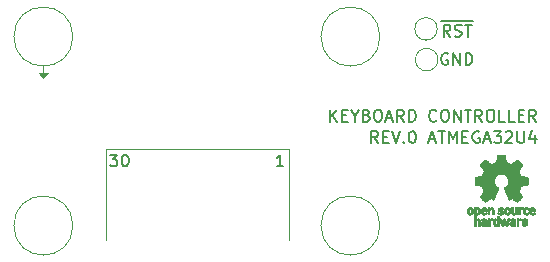
<source format=gto>
G04 #@! TF.GenerationSoftware,KiCad,Pcbnew,(6.0.4-0)*
G04 #@! TF.CreationDate,2022-04-22T14:06:04+09:00*
G04 #@! TF.ProjectId,mcupcb,6d637570-6362-42e6-9b69-6361645f7063,rev?*
G04 #@! TF.SameCoordinates,Original*
G04 #@! TF.FileFunction,Legend,Top*
G04 #@! TF.FilePolarity,Positive*
%FSLAX46Y46*%
G04 Gerber Fmt 4.6, Leading zero omitted, Abs format (unit mm)*
G04 Created by KiCad (PCBNEW (6.0.4-0)) date 2022-04-22 14:06:04*
%MOMM*%
%LPD*%
G01*
G04 APERTURE LIST*
%ADD10C,0.120000*%
%ADD11C,0.150000*%
%ADD12C,0.010000*%
%ADD13C,0.500000*%
%ADD14C,1.500000*%
%ADD15C,2.200000*%
%ADD16C,0.650000*%
%ADD17O,1.000000X2.100000*%
%ADD18O,1.000000X1.600000*%
%ADD19C,4.000000*%
%ADD20C,0.990600*%
G04 APERTURE END LIST*
D10*
G36*
X187000000Y-156750000D02*
G01*
X186600000Y-156350000D01*
X187400000Y-156350000D01*
X187000000Y-156750000D01*
G37*
X187000000Y-156750000D02*
X186600000Y-156350000D01*
X187400000Y-156350000D01*
X187000000Y-156750000D01*
X192300000Y-170500000D02*
X192300000Y-162750000D01*
X207800000Y-162750000D02*
X192300000Y-162750000D01*
X207800000Y-170500000D02*
X207800000Y-162750000D01*
X187000000Y-155750000D02*
X187000000Y-156750000D01*
D11*
X192640357Y-163252380D02*
X193259404Y-163252380D01*
X192926071Y-163633333D01*
X193068928Y-163633333D01*
X193164166Y-163680952D01*
X193211785Y-163728571D01*
X193259404Y-163823809D01*
X193259404Y-164061904D01*
X193211785Y-164157142D01*
X193164166Y-164204761D01*
X193068928Y-164252380D01*
X192783214Y-164252380D01*
X192687976Y-164204761D01*
X192640357Y-164157142D01*
X193878452Y-163252380D02*
X193973690Y-163252380D01*
X194068928Y-163300000D01*
X194116547Y-163347619D01*
X194164166Y-163442857D01*
X194211785Y-163633333D01*
X194211785Y-163871428D01*
X194164166Y-164061904D01*
X194116547Y-164157142D01*
X194068928Y-164204761D01*
X193973690Y-164252380D01*
X193878452Y-164252380D01*
X193783214Y-164204761D01*
X193735595Y-164157142D01*
X193687976Y-164061904D01*
X193640357Y-163871428D01*
X193640357Y-163633333D01*
X193687976Y-163442857D01*
X193735595Y-163347619D01*
X193783214Y-163300000D01*
X193878452Y-163252380D01*
X211283452Y-160452380D02*
X211283452Y-159452380D01*
X211854880Y-160452380D02*
X211426309Y-159880952D01*
X211854880Y-159452380D02*
X211283452Y-160023809D01*
X212283452Y-159928571D02*
X212616785Y-159928571D01*
X212759642Y-160452380D02*
X212283452Y-160452380D01*
X212283452Y-159452380D01*
X212759642Y-159452380D01*
X213378690Y-159976190D02*
X213378690Y-160452380D01*
X213045357Y-159452380D02*
X213378690Y-159976190D01*
X213712023Y-159452380D01*
X214378690Y-159928571D02*
X214521547Y-159976190D01*
X214569166Y-160023809D01*
X214616785Y-160119047D01*
X214616785Y-160261904D01*
X214569166Y-160357142D01*
X214521547Y-160404761D01*
X214426309Y-160452380D01*
X214045357Y-160452380D01*
X214045357Y-159452380D01*
X214378690Y-159452380D01*
X214473928Y-159500000D01*
X214521547Y-159547619D01*
X214569166Y-159642857D01*
X214569166Y-159738095D01*
X214521547Y-159833333D01*
X214473928Y-159880952D01*
X214378690Y-159928571D01*
X214045357Y-159928571D01*
X215235833Y-159452380D02*
X215426309Y-159452380D01*
X215521547Y-159500000D01*
X215616785Y-159595238D01*
X215664404Y-159785714D01*
X215664404Y-160119047D01*
X215616785Y-160309523D01*
X215521547Y-160404761D01*
X215426309Y-160452380D01*
X215235833Y-160452380D01*
X215140595Y-160404761D01*
X215045357Y-160309523D01*
X214997738Y-160119047D01*
X214997738Y-159785714D01*
X215045357Y-159595238D01*
X215140595Y-159500000D01*
X215235833Y-159452380D01*
X216045357Y-160166666D02*
X216521547Y-160166666D01*
X215950119Y-160452380D02*
X216283452Y-159452380D01*
X216616785Y-160452380D01*
X217521547Y-160452380D02*
X217188214Y-159976190D01*
X216950119Y-160452380D02*
X216950119Y-159452380D01*
X217331071Y-159452380D01*
X217426309Y-159500000D01*
X217473928Y-159547619D01*
X217521547Y-159642857D01*
X217521547Y-159785714D01*
X217473928Y-159880952D01*
X217426309Y-159928571D01*
X217331071Y-159976190D01*
X216950119Y-159976190D01*
X217950119Y-160452380D02*
X217950119Y-159452380D01*
X218188214Y-159452380D01*
X218331071Y-159500000D01*
X218426309Y-159595238D01*
X218473928Y-159690476D01*
X218521547Y-159880952D01*
X218521547Y-160023809D01*
X218473928Y-160214285D01*
X218426309Y-160309523D01*
X218331071Y-160404761D01*
X218188214Y-160452380D01*
X217950119Y-160452380D01*
X220283452Y-160357142D02*
X220235833Y-160404761D01*
X220092976Y-160452380D01*
X219997738Y-160452380D01*
X219854880Y-160404761D01*
X219759642Y-160309523D01*
X219712023Y-160214285D01*
X219664404Y-160023809D01*
X219664404Y-159880952D01*
X219712023Y-159690476D01*
X219759642Y-159595238D01*
X219854880Y-159500000D01*
X219997738Y-159452380D01*
X220092976Y-159452380D01*
X220235833Y-159500000D01*
X220283452Y-159547619D01*
X220902500Y-159452380D02*
X221092976Y-159452380D01*
X221188214Y-159500000D01*
X221283452Y-159595238D01*
X221331071Y-159785714D01*
X221331071Y-160119047D01*
X221283452Y-160309523D01*
X221188214Y-160404761D01*
X221092976Y-160452380D01*
X220902500Y-160452380D01*
X220807261Y-160404761D01*
X220712023Y-160309523D01*
X220664404Y-160119047D01*
X220664404Y-159785714D01*
X220712023Y-159595238D01*
X220807261Y-159500000D01*
X220902500Y-159452380D01*
X221759642Y-160452380D02*
X221759642Y-159452380D01*
X222331071Y-160452380D01*
X222331071Y-159452380D01*
X222664404Y-159452380D02*
X223235833Y-159452380D01*
X222950119Y-160452380D02*
X222950119Y-159452380D01*
X224140595Y-160452380D02*
X223807261Y-159976190D01*
X223569166Y-160452380D02*
X223569166Y-159452380D01*
X223950119Y-159452380D01*
X224045357Y-159500000D01*
X224092976Y-159547619D01*
X224140595Y-159642857D01*
X224140595Y-159785714D01*
X224092976Y-159880952D01*
X224045357Y-159928571D01*
X223950119Y-159976190D01*
X223569166Y-159976190D01*
X224759642Y-159452380D02*
X224950119Y-159452380D01*
X225045357Y-159500000D01*
X225140595Y-159595238D01*
X225188214Y-159785714D01*
X225188214Y-160119047D01*
X225140595Y-160309523D01*
X225045357Y-160404761D01*
X224950119Y-160452380D01*
X224759642Y-160452380D01*
X224664404Y-160404761D01*
X224569166Y-160309523D01*
X224521547Y-160119047D01*
X224521547Y-159785714D01*
X224569166Y-159595238D01*
X224664404Y-159500000D01*
X224759642Y-159452380D01*
X226092976Y-160452380D02*
X225616785Y-160452380D01*
X225616785Y-159452380D01*
X226902500Y-160452380D02*
X226426309Y-160452380D01*
X226426309Y-159452380D01*
X227235833Y-159928571D02*
X227569166Y-159928571D01*
X227712023Y-160452380D02*
X227235833Y-160452380D01*
X227235833Y-159452380D01*
X227712023Y-159452380D01*
X228712023Y-160452380D02*
X228378690Y-159976190D01*
X228140595Y-160452380D02*
X228140595Y-159452380D01*
X228521547Y-159452380D01*
X228616785Y-159500000D01*
X228664404Y-159547619D01*
X228712023Y-159642857D01*
X228712023Y-159785714D01*
X228664404Y-159880952D01*
X228616785Y-159928571D01*
X228521547Y-159976190D01*
X228140595Y-159976190D01*
X207312023Y-164252380D02*
X206740595Y-164252380D01*
X207026309Y-164252380D02*
X207026309Y-163252380D01*
X206931071Y-163395238D01*
X206835833Y-163490476D01*
X206740595Y-163538095D01*
X220642857Y-151970000D02*
X221642857Y-151970000D01*
X221452380Y-153252380D02*
X221119047Y-152776190D01*
X220880952Y-153252380D02*
X220880952Y-152252380D01*
X221261904Y-152252380D01*
X221357142Y-152300000D01*
X221404761Y-152347619D01*
X221452380Y-152442857D01*
X221452380Y-152585714D01*
X221404761Y-152680952D01*
X221357142Y-152728571D01*
X221261904Y-152776190D01*
X220880952Y-152776190D01*
X221642857Y-151970000D02*
X222595238Y-151970000D01*
X221833333Y-153204761D02*
X221976190Y-153252380D01*
X222214285Y-153252380D01*
X222309523Y-153204761D01*
X222357142Y-153157142D01*
X222404761Y-153061904D01*
X222404761Y-152966666D01*
X222357142Y-152871428D01*
X222309523Y-152823809D01*
X222214285Y-152776190D01*
X222023809Y-152728571D01*
X221928571Y-152680952D01*
X221880952Y-152633333D01*
X221833333Y-152538095D01*
X221833333Y-152442857D01*
X221880952Y-152347619D01*
X221928571Y-152300000D01*
X222023809Y-152252380D01*
X222261904Y-152252380D01*
X222404761Y-152300000D01*
X222595238Y-151970000D02*
X223357142Y-151970000D01*
X222690476Y-152252380D02*
X223261904Y-152252380D01*
X222976190Y-153252380D02*
X222976190Y-152252380D01*
X221238095Y-154700000D02*
X221142857Y-154652380D01*
X221000000Y-154652380D01*
X220857142Y-154700000D01*
X220761904Y-154795238D01*
X220714285Y-154890476D01*
X220666666Y-155080952D01*
X220666666Y-155223809D01*
X220714285Y-155414285D01*
X220761904Y-155509523D01*
X220857142Y-155604761D01*
X221000000Y-155652380D01*
X221095238Y-155652380D01*
X221238095Y-155604761D01*
X221285714Y-155557142D01*
X221285714Y-155223809D01*
X221095238Y-155223809D01*
X221714285Y-155652380D02*
X221714285Y-154652380D01*
X222285714Y-155652380D01*
X222285714Y-154652380D01*
X222761904Y-155652380D02*
X222761904Y-154652380D01*
X223000000Y-154652380D01*
X223142857Y-154700000D01*
X223238095Y-154795238D01*
X223285714Y-154890476D01*
X223333333Y-155080952D01*
X223333333Y-155223809D01*
X223285714Y-155414285D01*
X223238095Y-155509523D01*
X223142857Y-155604761D01*
X223000000Y-155652380D01*
X222761904Y-155652380D01*
X215331071Y-162252380D02*
X214997738Y-161776190D01*
X214759642Y-162252380D02*
X214759642Y-161252380D01*
X215140595Y-161252380D01*
X215235833Y-161300000D01*
X215283452Y-161347619D01*
X215331071Y-161442857D01*
X215331071Y-161585714D01*
X215283452Y-161680952D01*
X215235833Y-161728571D01*
X215140595Y-161776190D01*
X214759642Y-161776190D01*
X215759642Y-161728571D02*
X216092976Y-161728571D01*
X216235833Y-162252380D02*
X215759642Y-162252380D01*
X215759642Y-161252380D01*
X216235833Y-161252380D01*
X216521547Y-161252380D02*
X216854880Y-162252380D01*
X217188214Y-161252380D01*
X217521547Y-162157142D02*
X217569166Y-162204761D01*
X217521547Y-162252380D01*
X217473928Y-162204761D01*
X217521547Y-162157142D01*
X217521547Y-162252380D01*
X218188214Y-161252380D02*
X218283452Y-161252380D01*
X218378690Y-161300000D01*
X218426309Y-161347619D01*
X218473928Y-161442857D01*
X218521547Y-161633333D01*
X218521547Y-161871428D01*
X218473928Y-162061904D01*
X218426309Y-162157142D01*
X218378690Y-162204761D01*
X218283452Y-162252380D01*
X218188214Y-162252380D01*
X218092976Y-162204761D01*
X218045357Y-162157142D01*
X217997738Y-162061904D01*
X217950119Y-161871428D01*
X217950119Y-161633333D01*
X217997738Y-161442857D01*
X218045357Y-161347619D01*
X218092976Y-161300000D01*
X218188214Y-161252380D01*
X219664404Y-161966666D02*
X220140595Y-161966666D01*
X219569166Y-162252380D02*
X219902500Y-161252380D01*
X220235833Y-162252380D01*
X220426309Y-161252380D02*
X220997738Y-161252380D01*
X220712023Y-162252380D02*
X220712023Y-161252380D01*
X221331071Y-162252380D02*
X221331071Y-161252380D01*
X221664404Y-161966666D01*
X221997738Y-161252380D01*
X221997738Y-162252380D01*
X222473928Y-161728571D02*
X222807261Y-161728571D01*
X222950119Y-162252380D02*
X222473928Y-162252380D01*
X222473928Y-161252380D01*
X222950119Y-161252380D01*
X223902500Y-161300000D02*
X223807261Y-161252380D01*
X223664404Y-161252380D01*
X223521547Y-161300000D01*
X223426309Y-161395238D01*
X223378690Y-161490476D01*
X223331071Y-161680952D01*
X223331071Y-161823809D01*
X223378690Y-162014285D01*
X223426309Y-162109523D01*
X223521547Y-162204761D01*
X223664404Y-162252380D01*
X223759642Y-162252380D01*
X223902500Y-162204761D01*
X223950119Y-162157142D01*
X223950119Y-161823809D01*
X223759642Y-161823809D01*
X224331071Y-161966666D02*
X224807261Y-161966666D01*
X224235833Y-162252380D02*
X224569166Y-161252380D01*
X224902500Y-162252380D01*
X225140595Y-161252380D02*
X225759642Y-161252380D01*
X225426309Y-161633333D01*
X225569166Y-161633333D01*
X225664404Y-161680952D01*
X225712023Y-161728571D01*
X225759642Y-161823809D01*
X225759642Y-162061904D01*
X225712023Y-162157142D01*
X225664404Y-162204761D01*
X225569166Y-162252380D01*
X225283452Y-162252380D01*
X225188214Y-162204761D01*
X225140595Y-162157142D01*
X226140595Y-161347619D02*
X226188214Y-161300000D01*
X226283452Y-161252380D01*
X226521547Y-161252380D01*
X226616785Y-161300000D01*
X226664404Y-161347619D01*
X226712023Y-161442857D01*
X226712023Y-161538095D01*
X226664404Y-161680952D01*
X226092976Y-162252380D01*
X226712023Y-162252380D01*
X227140595Y-161252380D02*
X227140595Y-162061904D01*
X227188214Y-162157142D01*
X227235833Y-162204761D01*
X227331071Y-162252380D01*
X227521547Y-162252380D01*
X227616785Y-162204761D01*
X227664404Y-162157142D01*
X227712023Y-162061904D01*
X227712023Y-161252380D01*
X228616785Y-161585714D02*
X228616785Y-162252380D01*
X228378690Y-161204761D02*
X228140595Y-161919047D01*
X228759642Y-161919047D01*
D10*
X220400000Y-155200000D02*
G75*
G03*
X220400000Y-155200000I-950000J0D01*
G01*
X220350000Y-152600000D02*
G75*
G03*
X220350000Y-152600000I-950000J0D01*
G01*
G36*
X226743367Y-167904342D02*
G01*
X226744555Y-167996563D01*
X226748897Y-168066610D01*
X226757558Y-168117381D01*
X226771704Y-168151772D01*
X226792500Y-168172679D01*
X226821110Y-168183000D01*
X226856535Y-168185636D01*
X226893636Y-168182682D01*
X226921818Y-168171889D01*
X226942243Y-168150360D01*
X226956079Y-168115199D01*
X226964491Y-168063510D01*
X226968643Y-167992394D01*
X226969703Y-167904342D01*
X226969703Y-167708614D01*
X227108020Y-167708614D01*
X227108020Y-168312179D01*
X227038862Y-168312179D01*
X226997170Y-168310489D01*
X226975701Y-168304556D01*
X226969703Y-168293293D01*
X226966091Y-168283261D01*
X226951714Y-168285383D01*
X226922736Y-168299580D01*
X226856319Y-168321480D01*
X226785875Y-168319928D01*
X226718377Y-168296147D01*
X226686233Y-168277362D01*
X226661715Y-168257022D01*
X226643804Y-168231573D01*
X226631479Y-168197458D01*
X226623723Y-168151121D01*
X226619516Y-168089007D01*
X226617840Y-168007561D01*
X226617624Y-167944578D01*
X226617624Y-167708614D01*
X226743367Y-167708614D01*
X226743367Y-167904342D01*
G37*
D12*
X226743367Y-167904342D02*
X226744555Y-167996563D01*
X226748897Y-168066610D01*
X226757558Y-168117381D01*
X226771704Y-168151772D01*
X226792500Y-168172679D01*
X226821110Y-168183000D01*
X226856535Y-168185636D01*
X226893636Y-168182682D01*
X226921818Y-168171889D01*
X226942243Y-168150360D01*
X226956079Y-168115199D01*
X226964491Y-168063510D01*
X226968643Y-167992394D01*
X226969703Y-167904342D01*
X226969703Y-167708614D01*
X227108020Y-167708614D01*
X227108020Y-168312179D01*
X227038862Y-168312179D01*
X226997170Y-168310489D01*
X226975701Y-168304556D01*
X226969703Y-168293293D01*
X226966091Y-168283261D01*
X226951714Y-168285383D01*
X226922736Y-168299580D01*
X226856319Y-168321480D01*
X226785875Y-168319928D01*
X226718377Y-168296147D01*
X226686233Y-168277362D01*
X226661715Y-168257022D01*
X226643804Y-168231573D01*
X226631479Y-168197458D01*
X226623723Y-168151121D01*
X226619516Y-168089007D01*
X226617840Y-168007561D01*
X226617624Y-167944578D01*
X226617624Y-167708614D01*
X226743367Y-167708614D01*
X226743367Y-167904342D01*
G36*
X224995988Y-167719002D02*
G01*
X225027283Y-167733950D01*
X225057591Y-167755541D01*
X225080682Y-167780391D01*
X225097500Y-167812087D01*
X225108994Y-167854214D01*
X225116109Y-167910358D01*
X225119793Y-167984106D01*
X225120992Y-168079044D01*
X225121011Y-168088985D01*
X225121287Y-168312179D01*
X224982970Y-168312179D01*
X224982970Y-168106418D01*
X224982872Y-168030189D01*
X224982191Y-167974939D01*
X224980349Y-167936501D01*
X224976767Y-167910706D01*
X224970868Y-167893384D01*
X224962073Y-167880368D01*
X224949820Y-167867507D01*
X224906953Y-167839873D01*
X224860157Y-167834745D01*
X224815576Y-167852217D01*
X224800072Y-167865221D01*
X224788690Y-167877447D01*
X224780519Y-167890540D01*
X224775026Y-167908615D01*
X224771680Y-167935787D01*
X224769949Y-167976170D01*
X224769303Y-168033879D01*
X224769208Y-168104132D01*
X224769208Y-168312179D01*
X224630891Y-168312179D01*
X224630891Y-167708614D01*
X224700050Y-167708614D01*
X224741572Y-167710256D01*
X224762994Y-167716087D01*
X224769205Y-167727461D01*
X224769208Y-167727798D01*
X224772090Y-167738938D01*
X224784801Y-167737674D01*
X224810074Y-167725434D01*
X224867395Y-167707424D01*
X224932963Y-167705421D01*
X224995988Y-167719002D01*
G37*
X224995988Y-167719002D02*
X225027283Y-167733950D01*
X225057591Y-167755541D01*
X225080682Y-167780391D01*
X225097500Y-167812087D01*
X225108994Y-167854214D01*
X225116109Y-167910358D01*
X225119793Y-167984106D01*
X225120992Y-168079044D01*
X225121011Y-168088985D01*
X225121287Y-168312179D01*
X224982970Y-168312179D01*
X224982970Y-168106418D01*
X224982872Y-168030189D01*
X224982191Y-167974939D01*
X224980349Y-167936501D01*
X224976767Y-167910706D01*
X224970868Y-167893384D01*
X224962073Y-167880368D01*
X224949820Y-167867507D01*
X224906953Y-167839873D01*
X224860157Y-167834745D01*
X224815576Y-167852217D01*
X224800072Y-167865221D01*
X224788690Y-167877447D01*
X224780519Y-167890540D01*
X224775026Y-167908615D01*
X224771680Y-167935787D01*
X224769949Y-167976170D01*
X224769303Y-168033879D01*
X224769208Y-168104132D01*
X224769208Y-168312179D01*
X224630891Y-168312179D01*
X224630891Y-167708614D01*
X224700050Y-167708614D01*
X224741572Y-167710256D01*
X224762994Y-167716087D01*
X224769205Y-167727461D01*
X224769208Y-167727798D01*
X224772090Y-167738938D01*
X224784801Y-167737674D01*
X224810074Y-167725434D01*
X224867395Y-167707424D01*
X224932963Y-167705421D01*
X224995988Y-167719002D01*
G36*
X222886052Y-167908056D02*
G01*
X222893638Y-167864007D01*
X222907319Y-167829248D01*
X222928135Y-167798551D01*
X222935853Y-167789436D01*
X222984111Y-167744021D01*
X223035872Y-167717493D01*
X223099172Y-167706379D01*
X223130039Y-167705471D01*
X223211739Y-167715148D01*
X223277521Y-167744231D01*
X223327460Y-167792793D01*
X223361626Y-167860908D01*
X223380093Y-167948651D01*
X223381417Y-167962351D01*
X223382454Y-168058939D01*
X223369007Y-168143602D01*
X223341892Y-168212221D01*
X223327373Y-168234294D01*
X223276799Y-168281011D01*
X223212391Y-168311268D01*
X223140334Y-168323824D01*
X223066815Y-168317439D01*
X223010928Y-168297772D01*
X222962868Y-168264629D01*
X222923588Y-168221175D01*
X222922908Y-168220158D01*
X222906956Y-168193338D01*
X222896590Y-168166368D01*
X222890312Y-168132332D01*
X222886627Y-168084310D01*
X222885003Y-168044931D01*
X222884328Y-168009219D01*
X223010045Y-168009219D01*
X223011274Y-168044770D01*
X223015734Y-168092094D01*
X223023603Y-168122465D01*
X223037793Y-168144072D01*
X223051083Y-168156694D01*
X223098198Y-168183122D01*
X223147495Y-168186653D01*
X223193407Y-168167639D01*
X223216362Y-168146331D01*
X223232904Y-168124859D01*
X223242579Y-168104313D01*
X223246826Y-168077574D01*
X223247080Y-168037523D01*
X223245772Y-168000638D01*
X223242957Y-167947947D01*
X223238495Y-167913772D01*
X223230452Y-167891480D01*
X223216897Y-167874442D01*
X223206155Y-167864703D01*
X223161223Y-167839123D01*
X223112751Y-167837847D01*
X223072106Y-167852999D01*
X223037433Y-167884642D01*
X223016776Y-167936620D01*
X223010045Y-168009219D01*
X222884328Y-168009219D01*
X222883521Y-167966621D01*
X222886052Y-167908056D01*
G37*
X222886052Y-167908056D02*
X222893638Y-167864007D01*
X222907319Y-167829248D01*
X222928135Y-167798551D01*
X222935853Y-167789436D01*
X222984111Y-167744021D01*
X223035872Y-167717493D01*
X223099172Y-167706379D01*
X223130039Y-167705471D01*
X223211739Y-167715148D01*
X223277521Y-167744231D01*
X223327460Y-167792793D01*
X223361626Y-167860908D01*
X223380093Y-167948651D01*
X223381417Y-167962351D01*
X223382454Y-168058939D01*
X223369007Y-168143602D01*
X223341892Y-168212221D01*
X223327373Y-168234294D01*
X223276799Y-168281011D01*
X223212391Y-168311268D01*
X223140334Y-168323824D01*
X223066815Y-168317439D01*
X223010928Y-168297772D01*
X222962868Y-168264629D01*
X222923588Y-168221175D01*
X222922908Y-168220158D01*
X222906956Y-168193338D01*
X222896590Y-168166368D01*
X222890312Y-168132332D01*
X222886627Y-168084310D01*
X222885003Y-168044931D01*
X222884328Y-168009219D01*
X223010045Y-168009219D01*
X223011274Y-168044770D01*
X223015734Y-168092094D01*
X223023603Y-168122465D01*
X223037793Y-168144072D01*
X223051083Y-168156694D01*
X223098198Y-168183122D01*
X223147495Y-168186653D01*
X223193407Y-168167639D01*
X223216362Y-168146331D01*
X223232904Y-168124859D01*
X223242579Y-168104313D01*
X223246826Y-168077574D01*
X223247080Y-168037523D01*
X223245772Y-168000638D01*
X223242957Y-167947947D01*
X223238495Y-167913772D01*
X223230452Y-167891480D01*
X223216897Y-167874442D01*
X223206155Y-167864703D01*
X223161223Y-167839123D01*
X223112751Y-167837847D01*
X223072106Y-167852999D01*
X223037433Y-167884642D01*
X223016776Y-167936620D01*
X223010045Y-168009219D01*
X222884328Y-168009219D01*
X222883521Y-167966621D01*
X222886052Y-167908056D01*
G36*
X227385255Y-168651486D02*
G01*
X227433595Y-168661015D01*
X227461114Y-168675125D01*
X227490064Y-168698568D01*
X227448876Y-168750571D01*
X227423482Y-168782064D01*
X227406238Y-168797428D01*
X227389102Y-168799776D01*
X227364027Y-168792217D01*
X227352257Y-168787941D01*
X227304270Y-168781631D01*
X227260324Y-168795156D01*
X227228060Y-168825710D01*
X227222819Y-168835452D01*
X227217112Y-168861258D01*
X227212706Y-168908817D01*
X227209811Y-168974758D01*
X227208631Y-169055710D01*
X227208614Y-169067226D01*
X227208614Y-169267822D01*
X227070297Y-169267822D01*
X227070297Y-168651683D01*
X227139456Y-168651683D01*
X227179333Y-168652725D01*
X227200107Y-168657358D01*
X227207789Y-168667849D01*
X227208614Y-168677745D01*
X227208614Y-168703806D01*
X227241745Y-168677745D01*
X227279735Y-168659965D01*
X227330770Y-168651174D01*
X227385255Y-168651486D01*
G37*
X227385255Y-168651486D02*
X227433595Y-168661015D01*
X227461114Y-168675125D01*
X227490064Y-168698568D01*
X227448876Y-168750571D01*
X227423482Y-168782064D01*
X227406238Y-168797428D01*
X227389102Y-168799776D01*
X227364027Y-168792217D01*
X227352257Y-168787941D01*
X227304270Y-168781631D01*
X227260324Y-168795156D01*
X227228060Y-168825710D01*
X227222819Y-168835452D01*
X227217112Y-168861258D01*
X227212706Y-168908817D01*
X227209811Y-168974758D01*
X227208631Y-169055710D01*
X227208614Y-169067226D01*
X227208614Y-169267822D01*
X227070297Y-169267822D01*
X227070297Y-168651683D01*
X227139456Y-168651683D01*
X227179333Y-168652725D01*
X227200107Y-168657358D01*
X227207789Y-168667849D01*
X227208614Y-168677745D01*
X227208614Y-168703806D01*
X227241745Y-168677745D01*
X227279735Y-168659965D01*
X227330770Y-168651174D01*
X227385255Y-168651486D01*
G36*
X226126964Y-163540018D02*
G01*
X226183812Y-163841570D01*
X226603338Y-164014512D01*
X226854984Y-163843395D01*
X226925458Y-163795750D01*
X226989163Y-163753210D01*
X227043126Y-163717715D01*
X227084373Y-163691210D01*
X227109934Y-163675636D01*
X227116895Y-163672278D01*
X227129435Y-163680914D01*
X227156231Y-163704792D01*
X227194280Y-163740859D01*
X227240579Y-163786067D01*
X227292123Y-163837364D01*
X227345909Y-163891701D01*
X227398935Y-163946028D01*
X227448195Y-163997295D01*
X227490687Y-164042451D01*
X227523407Y-164078446D01*
X227543351Y-164102230D01*
X227548119Y-164110190D01*
X227541257Y-164124865D01*
X227522020Y-164157014D01*
X227492430Y-164203492D01*
X227454510Y-164261156D01*
X227410282Y-164326860D01*
X227384654Y-164364336D01*
X227337941Y-164432768D01*
X227296432Y-164494520D01*
X227262140Y-164546519D01*
X227237080Y-164585692D01*
X227223264Y-164608965D01*
X227221188Y-164613855D01*
X227225895Y-164627755D01*
X227238723Y-164660150D01*
X227257738Y-164706485D01*
X227281003Y-164762206D01*
X227306584Y-164822758D01*
X227332545Y-164883586D01*
X227356950Y-164940136D01*
X227377863Y-164987852D01*
X227393349Y-165022181D01*
X227401472Y-165038568D01*
X227401952Y-165039212D01*
X227414707Y-165042341D01*
X227448677Y-165049321D01*
X227500340Y-165059467D01*
X227566176Y-165072092D01*
X227642664Y-165086509D01*
X227687290Y-165094823D01*
X227769021Y-165110384D01*
X227842843Y-165125192D01*
X227905021Y-165138436D01*
X227951822Y-165149305D01*
X227979509Y-165156989D01*
X227985074Y-165159427D01*
X227990526Y-165175930D01*
X227994924Y-165213200D01*
X227998272Y-165266880D01*
X228000574Y-165332612D01*
X228001832Y-165406037D01*
X228002048Y-165482796D01*
X228001227Y-165558532D01*
X227999371Y-165628886D01*
X227996482Y-165689500D01*
X227992565Y-165736016D01*
X227987622Y-165764075D01*
X227984657Y-165769916D01*
X227966934Y-165776917D01*
X227929381Y-165786927D01*
X227876964Y-165798769D01*
X227814652Y-165811267D01*
X227792900Y-165815310D01*
X227688024Y-165834520D01*
X227605180Y-165849991D01*
X227541630Y-165862337D01*
X227494637Y-165872173D01*
X227461463Y-165880114D01*
X227439371Y-165886776D01*
X227425624Y-165892773D01*
X227417484Y-165898719D01*
X227416345Y-165899894D01*
X227404977Y-165918826D01*
X227387635Y-165955669D01*
X227366050Y-166005913D01*
X227341954Y-166065046D01*
X227317079Y-166128556D01*
X227293157Y-166191932D01*
X227271919Y-166250662D01*
X227255097Y-166300235D01*
X227244422Y-166336139D01*
X227241627Y-166353862D01*
X227241860Y-166354483D01*
X227251331Y-166368970D01*
X227272818Y-166400844D01*
X227304063Y-166446789D01*
X227342807Y-166503485D01*
X227386793Y-166567617D01*
X227399319Y-166585842D01*
X227443984Y-166651914D01*
X227483288Y-166712200D01*
X227515088Y-166763235D01*
X227537245Y-166801560D01*
X227547617Y-166823711D01*
X227548119Y-166826432D01*
X227539405Y-166840736D01*
X227515325Y-166869072D01*
X227478976Y-166908396D01*
X227433453Y-166955661D01*
X227381852Y-167007823D01*
X227327267Y-167061835D01*
X227272794Y-167114653D01*
X227221529Y-167163231D01*
X227176567Y-167204523D01*
X227141004Y-167235485D01*
X227117935Y-167253070D01*
X227111554Y-167255941D01*
X227096699Y-167249178D01*
X227066286Y-167230939D01*
X227025268Y-167204297D01*
X226993709Y-167182852D01*
X226936525Y-167143503D01*
X226868806Y-167097171D01*
X226800880Y-167050913D01*
X226764361Y-167026155D01*
X226640752Y-166942547D01*
X226536991Y-166998650D01*
X226489720Y-167023228D01*
X226449523Y-167042331D01*
X226422326Y-167053227D01*
X226415402Y-167054743D01*
X226407077Y-167043549D01*
X226390654Y-167011917D01*
X226367357Y-166962765D01*
X226338414Y-166899010D01*
X226305050Y-166823571D01*
X226268491Y-166739364D01*
X226229964Y-166649308D01*
X226190694Y-166556321D01*
X226151908Y-166463320D01*
X226114830Y-166373223D01*
X226080689Y-166288948D01*
X226050708Y-166213413D01*
X226026116Y-166149534D01*
X226008136Y-166100231D01*
X225997997Y-166068421D01*
X225996366Y-166057496D01*
X226009291Y-166043561D01*
X226037589Y-166020940D01*
X226075346Y-165994333D01*
X226078515Y-165992228D01*
X226176100Y-165914114D01*
X226254786Y-165822982D01*
X226313891Y-165721745D01*
X226352732Y-165613318D01*
X226370628Y-165500614D01*
X226366897Y-165386548D01*
X226340857Y-165274034D01*
X226291825Y-165165985D01*
X226277400Y-165142345D01*
X226202369Y-165046887D01*
X226113730Y-164970232D01*
X226014549Y-164912780D01*
X225907895Y-164874929D01*
X225796836Y-164857078D01*
X225684439Y-164859625D01*
X225573773Y-164882970D01*
X225467906Y-164927510D01*
X225369905Y-164993645D01*
X225339590Y-165020487D01*
X225262438Y-165104512D01*
X225206218Y-165192966D01*
X225167653Y-165292115D01*
X225146174Y-165390303D01*
X225140872Y-165500697D01*
X225158552Y-165611640D01*
X225197419Y-165719381D01*
X225255677Y-165820169D01*
X225331531Y-165910256D01*
X225423183Y-165985892D01*
X225435228Y-165993864D01*
X225473389Y-166019974D01*
X225502399Y-166042595D01*
X225516268Y-166057039D01*
X225516469Y-166057496D01*
X225513492Y-166073121D01*
X225501689Y-166108582D01*
X225482286Y-166160962D01*
X225456512Y-166227345D01*
X225425591Y-166304814D01*
X225390751Y-166390450D01*
X225353217Y-166481337D01*
X225314217Y-166574559D01*
X225274977Y-166667197D01*
X225236724Y-166756335D01*
X225200683Y-166839055D01*
X225168083Y-166912441D01*
X225140148Y-166973575D01*
X225118105Y-167019541D01*
X225103182Y-167047421D01*
X225097172Y-167054743D01*
X225078809Y-167049041D01*
X225044448Y-167033749D01*
X225000016Y-167011599D01*
X224975583Y-166998650D01*
X224871822Y-166942547D01*
X224748213Y-167026155D01*
X224685114Y-167068987D01*
X224616030Y-167116122D01*
X224551293Y-167160503D01*
X224518866Y-167182852D01*
X224473259Y-167213477D01*
X224434640Y-167237747D01*
X224408048Y-167252587D01*
X224399410Y-167255724D01*
X224386839Y-167247261D01*
X224359016Y-167223636D01*
X224318639Y-167187302D01*
X224268405Y-167140711D01*
X224211012Y-167086317D01*
X224174714Y-167051392D01*
X224111210Y-166988996D01*
X224056327Y-166933188D01*
X224012286Y-166886354D01*
X223981305Y-166850882D01*
X223965602Y-166829161D01*
X223964095Y-166824752D01*
X223971086Y-166807985D01*
X223990406Y-166774082D01*
X224019909Y-166726476D01*
X224057455Y-166668599D01*
X224100900Y-166603884D01*
X224113255Y-166585842D01*
X224158273Y-166520267D01*
X224198660Y-166461228D01*
X224232160Y-166412042D01*
X224256514Y-166376028D01*
X224269464Y-166356502D01*
X224270715Y-166354483D01*
X224268844Y-166338922D01*
X224258913Y-166304709D01*
X224242653Y-166256355D01*
X224221795Y-166198371D01*
X224198073Y-166135270D01*
X224173216Y-166071563D01*
X224148958Y-166011761D01*
X224127029Y-165960376D01*
X224109162Y-165921919D01*
X224097087Y-165900902D01*
X224096229Y-165899894D01*
X224088846Y-165893888D01*
X224076375Y-165887948D01*
X224056080Y-165881460D01*
X224025222Y-165873809D01*
X223981066Y-165864380D01*
X223920874Y-165852559D01*
X223841907Y-165837729D01*
X223741430Y-165819277D01*
X223719675Y-165815310D01*
X223655198Y-165802853D01*
X223598989Y-165790666D01*
X223556013Y-165779926D01*
X223531240Y-165771809D01*
X223527918Y-165769916D01*
X223522444Y-165753138D01*
X223517994Y-165715645D01*
X223514572Y-165661794D01*
X223512181Y-165595944D01*
X223510823Y-165522453D01*
X223510501Y-165445680D01*
X223511219Y-165369983D01*
X223512979Y-165299720D01*
X223515784Y-165239250D01*
X223519638Y-165192930D01*
X223524543Y-165165119D01*
X223527500Y-165159427D01*
X223543963Y-165153686D01*
X223581449Y-165144345D01*
X223636225Y-165132215D01*
X223704555Y-165118107D01*
X223782706Y-165102830D01*
X223825284Y-165094823D01*
X223906071Y-165079721D01*
X223978113Y-165066040D01*
X224037889Y-165054467D01*
X224081879Y-165045687D01*
X224106561Y-165040387D01*
X224110623Y-165039212D01*
X224117489Y-165025965D01*
X224132002Y-164994057D01*
X224152229Y-164948047D01*
X224176234Y-164892492D01*
X224202082Y-164831953D01*
X224227840Y-164770986D01*
X224251573Y-164714151D01*
X224271346Y-164666006D01*
X224285224Y-164631110D01*
X224291274Y-164614021D01*
X224291386Y-164613274D01*
X224284528Y-164599793D01*
X224265302Y-164568770D01*
X224235728Y-164523289D01*
X224197827Y-164466432D01*
X224153620Y-164401283D01*
X224127921Y-164363862D01*
X224081093Y-164295247D01*
X224039501Y-164232952D01*
X224005175Y-164180129D01*
X223980143Y-164139927D01*
X223966435Y-164115500D01*
X223964456Y-164110024D01*
X223972966Y-164097278D01*
X223996493Y-164070063D01*
X224032032Y-164031428D01*
X224076577Y-163984423D01*
X224127123Y-163932095D01*
X224180664Y-163877495D01*
X224234195Y-163823670D01*
X224284711Y-163773670D01*
X224329206Y-163730543D01*
X224364675Y-163697339D01*
X224388113Y-163677106D01*
X224395954Y-163672278D01*
X224408720Y-163679067D01*
X224439256Y-163698142D01*
X224484590Y-163727561D01*
X224541756Y-163765381D01*
X224607784Y-163809661D01*
X224657590Y-163843395D01*
X224909236Y-164014512D01*
X225118999Y-163928041D01*
X225328763Y-163841570D01*
X225385611Y-163540018D01*
X225442460Y-163238466D01*
X226070115Y-163238466D01*
X226126964Y-163540018D01*
G37*
X226126964Y-163540018D02*
X226183812Y-163841570D01*
X226603338Y-164014512D01*
X226854984Y-163843395D01*
X226925458Y-163795750D01*
X226989163Y-163753210D01*
X227043126Y-163717715D01*
X227084373Y-163691210D01*
X227109934Y-163675636D01*
X227116895Y-163672278D01*
X227129435Y-163680914D01*
X227156231Y-163704792D01*
X227194280Y-163740859D01*
X227240579Y-163786067D01*
X227292123Y-163837364D01*
X227345909Y-163891701D01*
X227398935Y-163946028D01*
X227448195Y-163997295D01*
X227490687Y-164042451D01*
X227523407Y-164078446D01*
X227543351Y-164102230D01*
X227548119Y-164110190D01*
X227541257Y-164124865D01*
X227522020Y-164157014D01*
X227492430Y-164203492D01*
X227454510Y-164261156D01*
X227410282Y-164326860D01*
X227384654Y-164364336D01*
X227337941Y-164432768D01*
X227296432Y-164494520D01*
X227262140Y-164546519D01*
X227237080Y-164585692D01*
X227223264Y-164608965D01*
X227221188Y-164613855D01*
X227225895Y-164627755D01*
X227238723Y-164660150D01*
X227257738Y-164706485D01*
X227281003Y-164762206D01*
X227306584Y-164822758D01*
X227332545Y-164883586D01*
X227356950Y-164940136D01*
X227377863Y-164987852D01*
X227393349Y-165022181D01*
X227401472Y-165038568D01*
X227401952Y-165039212D01*
X227414707Y-165042341D01*
X227448677Y-165049321D01*
X227500340Y-165059467D01*
X227566176Y-165072092D01*
X227642664Y-165086509D01*
X227687290Y-165094823D01*
X227769021Y-165110384D01*
X227842843Y-165125192D01*
X227905021Y-165138436D01*
X227951822Y-165149305D01*
X227979509Y-165156989D01*
X227985074Y-165159427D01*
X227990526Y-165175930D01*
X227994924Y-165213200D01*
X227998272Y-165266880D01*
X228000574Y-165332612D01*
X228001832Y-165406037D01*
X228002048Y-165482796D01*
X228001227Y-165558532D01*
X227999371Y-165628886D01*
X227996482Y-165689500D01*
X227992565Y-165736016D01*
X227987622Y-165764075D01*
X227984657Y-165769916D01*
X227966934Y-165776917D01*
X227929381Y-165786927D01*
X227876964Y-165798769D01*
X227814652Y-165811267D01*
X227792900Y-165815310D01*
X227688024Y-165834520D01*
X227605180Y-165849991D01*
X227541630Y-165862337D01*
X227494637Y-165872173D01*
X227461463Y-165880114D01*
X227439371Y-165886776D01*
X227425624Y-165892773D01*
X227417484Y-165898719D01*
X227416345Y-165899894D01*
X227404977Y-165918826D01*
X227387635Y-165955669D01*
X227366050Y-166005913D01*
X227341954Y-166065046D01*
X227317079Y-166128556D01*
X227293157Y-166191932D01*
X227271919Y-166250662D01*
X227255097Y-166300235D01*
X227244422Y-166336139D01*
X227241627Y-166353862D01*
X227241860Y-166354483D01*
X227251331Y-166368970D01*
X227272818Y-166400844D01*
X227304063Y-166446789D01*
X227342807Y-166503485D01*
X227386793Y-166567617D01*
X227399319Y-166585842D01*
X227443984Y-166651914D01*
X227483288Y-166712200D01*
X227515088Y-166763235D01*
X227537245Y-166801560D01*
X227547617Y-166823711D01*
X227548119Y-166826432D01*
X227539405Y-166840736D01*
X227515325Y-166869072D01*
X227478976Y-166908396D01*
X227433453Y-166955661D01*
X227381852Y-167007823D01*
X227327267Y-167061835D01*
X227272794Y-167114653D01*
X227221529Y-167163231D01*
X227176567Y-167204523D01*
X227141004Y-167235485D01*
X227117935Y-167253070D01*
X227111554Y-167255941D01*
X227096699Y-167249178D01*
X227066286Y-167230939D01*
X227025268Y-167204297D01*
X226993709Y-167182852D01*
X226936525Y-167143503D01*
X226868806Y-167097171D01*
X226800880Y-167050913D01*
X226764361Y-167026155D01*
X226640752Y-166942547D01*
X226536991Y-166998650D01*
X226489720Y-167023228D01*
X226449523Y-167042331D01*
X226422326Y-167053227D01*
X226415402Y-167054743D01*
X226407077Y-167043549D01*
X226390654Y-167011917D01*
X226367357Y-166962765D01*
X226338414Y-166899010D01*
X226305050Y-166823571D01*
X226268491Y-166739364D01*
X226229964Y-166649308D01*
X226190694Y-166556321D01*
X226151908Y-166463320D01*
X226114830Y-166373223D01*
X226080689Y-166288948D01*
X226050708Y-166213413D01*
X226026116Y-166149534D01*
X226008136Y-166100231D01*
X225997997Y-166068421D01*
X225996366Y-166057496D01*
X226009291Y-166043561D01*
X226037589Y-166020940D01*
X226075346Y-165994333D01*
X226078515Y-165992228D01*
X226176100Y-165914114D01*
X226254786Y-165822982D01*
X226313891Y-165721745D01*
X226352732Y-165613318D01*
X226370628Y-165500614D01*
X226366897Y-165386548D01*
X226340857Y-165274034D01*
X226291825Y-165165985D01*
X226277400Y-165142345D01*
X226202369Y-165046887D01*
X226113730Y-164970232D01*
X226014549Y-164912780D01*
X225907895Y-164874929D01*
X225796836Y-164857078D01*
X225684439Y-164859625D01*
X225573773Y-164882970D01*
X225467906Y-164927510D01*
X225369905Y-164993645D01*
X225339590Y-165020487D01*
X225262438Y-165104512D01*
X225206218Y-165192966D01*
X225167653Y-165292115D01*
X225146174Y-165390303D01*
X225140872Y-165500697D01*
X225158552Y-165611640D01*
X225197419Y-165719381D01*
X225255677Y-165820169D01*
X225331531Y-165910256D01*
X225423183Y-165985892D01*
X225435228Y-165993864D01*
X225473389Y-166019974D01*
X225502399Y-166042595D01*
X225516268Y-166057039D01*
X225516469Y-166057496D01*
X225513492Y-166073121D01*
X225501689Y-166108582D01*
X225482286Y-166160962D01*
X225456512Y-166227345D01*
X225425591Y-166304814D01*
X225390751Y-166390450D01*
X225353217Y-166481337D01*
X225314217Y-166574559D01*
X225274977Y-166667197D01*
X225236724Y-166756335D01*
X225200683Y-166839055D01*
X225168083Y-166912441D01*
X225140148Y-166973575D01*
X225118105Y-167019541D01*
X225103182Y-167047421D01*
X225097172Y-167054743D01*
X225078809Y-167049041D01*
X225044448Y-167033749D01*
X225000016Y-167011599D01*
X224975583Y-166998650D01*
X224871822Y-166942547D01*
X224748213Y-167026155D01*
X224685114Y-167068987D01*
X224616030Y-167116122D01*
X224551293Y-167160503D01*
X224518866Y-167182852D01*
X224473259Y-167213477D01*
X224434640Y-167237747D01*
X224408048Y-167252587D01*
X224399410Y-167255724D01*
X224386839Y-167247261D01*
X224359016Y-167223636D01*
X224318639Y-167187302D01*
X224268405Y-167140711D01*
X224211012Y-167086317D01*
X224174714Y-167051392D01*
X224111210Y-166988996D01*
X224056327Y-166933188D01*
X224012286Y-166886354D01*
X223981305Y-166850882D01*
X223965602Y-166829161D01*
X223964095Y-166824752D01*
X223971086Y-166807985D01*
X223990406Y-166774082D01*
X224019909Y-166726476D01*
X224057455Y-166668599D01*
X224100900Y-166603884D01*
X224113255Y-166585842D01*
X224158273Y-166520267D01*
X224198660Y-166461228D01*
X224232160Y-166412042D01*
X224256514Y-166376028D01*
X224269464Y-166356502D01*
X224270715Y-166354483D01*
X224268844Y-166338922D01*
X224258913Y-166304709D01*
X224242653Y-166256355D01*
X224221795Y-166198371D01*
X224198073Y-166135270D01*
X224173216Y-166071563D01*
X224148958Y-166011761D01*
X224127029Y-165960376D01*
X224109162Y-165921919D01*
X224097087Y-165900902D01*
X224096229Y-165899894D01*
X224088846Y-165893888D01*
X224076375Y-165887948D01*
X224056080Y-165881460D01*
X224025222Y-165873809D01*
X223981066Y-165864380D01*
X223920874Y-165852559D01*
X223841907Y-165837729D01*
X223741430Y-165819277D01*
X223719675Y-165815310D01*
X223655198Y-165802853D01*
X223598989Y-165790666D01*
X223556013Y-165779926D01*
X223531240Y-165771809D01*
X223527918Y-165769916D01*
X223522444Y-165753138D01*
X223517994Y-165715645D01*
X223514572Y-165661794D01*
X223512181Y-165595944D01*
X223510823Y-165522453D01*
X223510501Y-165445680D01*
X223511219Y-165369983D01*
X223512979Y-165299720D01*
X223515784Y-165239250D01*
X223519638Y-165192930D01*
X223524543Y-165165119D01*
X223527500Y-165159427D01*
X223543963Y-165153686D01*
X223581449Y-165144345D01*
X223636225Y-165132215D01*
X223704555Y-165118107D01*
X223782706Y-165102830D01*
X223825284Y-165094823D01*
X223906071Y-165079721D01*
X223978113Y-165066040D01*
X224037889Y-165054467D01*
X224081879Y-165045687D01*
X224106561Y-165040387D01*
X224110623Y-165039212D01*
X224117489Y-165025965D01*
X224132002Y-164994057D01*
X224152229Y-164948047D01*
X224176234Y-164892492D01*
X224202082Y-164831953D01*
X224227840Y-164770986D01*
X224251573Y-164714151D01*
X224271346Y-164666006D01*
X224285224Y-164631110D01*
X224291274Y-164614021D01*
X224291386Y-164613274D01*
X224284528Y-164599793D01*
X224265302Y-164568770D01*
X224235728Y-164523289D01*
X224197827Y-164466432D01*
X224153620Y-164401283D01*
X224127921Y-164363862D01*
X224081093Y-164295247D01*
X224039501Y-164232952D01*
X224005175Y-164180129D01*
X223980143Y-164139927D01*
X223966435Y-164115500D01*
X223964456Y-164110024D01*
X223972966Y-164097278D01*
X223996493Y-164070063D01*
X224032032Y-164031428D01*
X224076577Y-163984423D01*
X224127123Y-163932095D01*
X224180664Y-163877495D01*
X224234195Y-163823670D01*
X224284711Y-163773670D01*
X224329206Y-163730543D01*
X224364675Y-163697339D01*
X224388113Y-163677106D01*
X224395954Y-163672278D01*
X224408720Y-163679067D01*
X224439256Y-163698142D01*
X224484590Y-163727561D01*
X224541756Y-163765381D01*
X224607784Y-163809661D01*
X224657590Y-163843395D01*
X224909236Y-164014512D01*
X225118999Y-163928041D01*
X225328763Y-163841570D01*
X225385611Y-163540018D01*
X225442460Y-163238466D01*
X226070115Y-163238466D01*
X226126964Y-163540018D01*
G36*
X224069290Y-168973845D02*
G01*
X224113052Y-168931647D01*
X224119101Y-168927808D01*
X224145093Y-168915309D01*
X224177265Y-168907740D01*
X224222240Y-168904061D01*
X224275669Y-168903216D01*
X224391980Y-168903169D01*
X224391980Y-168854411D01*
X224387047Y-168816581D01*
X224374457Y-168791236D01*
X224372983Y-168789887D01*
X224344966Y-168778800D01*
X224302674Y-168774503D01*
X224255936Y-168776615D01*
X224214582Y-168784756D01*
X224190043Y-168796965D01*
X224176747Y-168806746D01*
X224162706Y-168808613D01*
X224143329Y-168800600D01*
X224114024Y-168780739D01*
X224070197Y-168747063D01*
X224066175Y-168743909D01*
X224068236Y-168732236D01*
X224085432Y-168712822D01*
X224111567Y-168691248D01*
X224140448Y-168673096D01*
X224149522Y-168668809D01*
X224182620Y-168660256D01*
X224231120Y-168654155D01*
X224285305Y-168651708D01*
X224287839Y-168651703D01*
X224365790Y-168656555D01*
X224424945Y-168672339D01*
X224469977Y-168700948D01*
X224501754Y-168738419D01*
X224511634Y-168754411D01*
X224518927Y-168771163D01*
X224524026Y-168792592D01*
X224527321Y-168822616D01*
X224529203Y-168865154D01*
X224530063Y-168924122D01*
X224530293Y-169003440D01*
X224530297Y-169024484D01*
X224530297Y-169267822D01*
X224469941Y-169267822D01*
X224431443Y-169265126D01*
X224402977Y-169258295D01*
X224395845Y-169254083D01*
X224376348Y-169246813D01*
X224356434Y-169254083D01*
X224323647Y-169263160D01*
X224276022Y-169266813D01*
X224223236Y-169265228D01*
X224174964Y-169258589D01*
X224146782Y-169250072D01*
X224092247Y-169215063D01*
X224058165Y-169166479D01*
X224042843Y-169101882D01*
X224042701Y-169100223D01*
X224044045Y-169071566D01*
X224165644Y-169071566D01*
X224176274Y-169104161D01*
X224193590Y-169122505D01*
X224228348Y-169136379D01*
X224274227Y-169141917D01*
X224321012Y-169139191D01*
X224358486Y-169128274D01*
X224368985Y-169121269D01*
X224387332Y-169088904D01*
X224391980Y-169052111D01*
X224391980Y-169003763D01*
X224322418Y-169003763D01*
X224256333Y-169008850D01*
X224206236Y-169023263D01*
X224175071Y-169045729D01*
X224165644Y-169071566D01*
X224044045Y-169071566D01*
X224046013Y-169029647D01*
X224069290Y-168973845D01*
G37*
X224069290Y-168973845D02*
X224113052Y-168931647D01*
X224119101Y-168927808D01*
X224145093Y-168915309D01*
X224177265Y-168907740D01*
X224222240Y-168904061D01*
X224275669Y-168903216D01*
X224391980Y-168903169D01*
X224391980Y-168854411D01*
X224387047Y-168816581D01*
X224374457Y-168791236D01*
X224372983Y-168789887D01*
X224344966Y-168778800D01*
X224302674Y-168774503D01*
X224255936Y-168776615D01*
X224214582Y-168784756D01*
X224190043Y-168796965D01*
X224176747Y-168806746D01*
X224162706Y-168808613D01*
X224143329Y-168800600D01*
X224114024Y-168780739D01*
X224070197Y-168747063D01*
X224066175Y-168743909D01*
X224068236Y-168732236D01*
X224085432Y-168712822D01*
X224111567Y-168691248D01*
X224140448Y-168673096D01*
X224149522Y-168668809D01*
X224182620Y-168660256D01*
X224231120Y-168654155D01*
X224285305Y-168651708D01*
X224287839Y-168651703D01*
X224365790Y-168656555D01*
X224424945Y-168672339D01*
X224469977Y-168700948D01*
X224501754Y-168738419D01*
X224511634Y-168754411D01*
X224518927Y-168771163D01*
X224524026Y-168792592D01*
X224527321Y-168822616D01*
X224529203Y-168865154D01*
X224530063Y-168924122D01*
X224530293Y-169003440D01*
X224530297Y-169024484D01*
X224530297Y-169267822D01*
X224469941Y-169267822D01*
X224431443Y-169265126D01*
X224402977Y-169258295D01*
X224395845Y-169254083D01*
X224376348Y-169246813D01*
X224356434Y-169254083D01*
X224323647Y-169263160D01*
X224276022Y-169266813D01*
X224223236Y-169265228D01*
X224174964Y-169258589D01*
X224146782Y-169250072D01*
X224092247Y-169215063D01*
X224058165Y-169166479D01*
X224042843Y-169101882D01*
X224042701Y-169100223D01*
X224044045Y-169071566D01*
X224165644Y-169071566D01*
X224176274Y-169104161D01*
X224193590Y-169122505D01*
X224228348Y-169136379D01*
X224274227Y-169141917D01*
X224321012Y-169139191D01*
X224358486Y-169128274D01*
X224368985Y-169121269D01*
X224387332Y-169088904D01*
X224391980Y-169052111D01*
X224391980Y-169003763D01*
X224322418Y-169003763D01*
X224256333Y-169008850D01*
X224206236Y-169023263D01*
X224175071Y-169045729D01*
X224165644Y-169071566D01*
X224044045Y-169071566D01*
X224046013Y-169029647D01*
X224069290Y-168973845D01*
G36*
X224756644Y-168653020D02*
G01*
X224775461Y-168658660D01*
X224781527Y-168671053D01*
X224781782Y-168676647D01*
X224782871Y-168692230D01*
X224790368Y-168694676D01*
X224810619Y-168683993D01*
X224822649Y-168676694D01*
X224860600Y-168661063D01*
X224905928Y-168653334D01*
X224953456Y-168652740D01*
X224998005Y-168658513D01*
X225034398Y-168669884D01*
X225057457Y-168686088D01*
X225062004Y-168706355D01*
X225059709Y-168711843D01*
X225042980Y-168734626D01*
X225017037Y-168762647D01*
X225012345Y-168767177D01*
X224987617Y-168788005D01*
X224966282Y-168794735D01*
X224936445Y-168790038D01*
X224924492Y-168786917D01*
X224887295Y-168779421D01*
X224861141Y-168782792D01*
X224839054Y-168794681D01*
X224818822Y-168810635D01*
X224803921Y-168830700D01*
X224793566Y-168858702D01*
X224786971Y-168898467D01*
X224783351Y-168953823D01*
X224781922Y-169028594D01*
X224781782Y-169073740D01*
X224781782Y-169267822D01*
X224656040Y-169267822D01*
X224656040Y-168651683D01*
X224718911Y-168651683D01*
X224756644Y-168653020D01*
G37*
X224756644Y-168653020D02*
X224775461Y-168658660D01*
X224781527Y-168671053D01*
X224781782Y-168676647D01*
X224782871Y-168692230D01*
X224790368Y-168694676D01*
X224810619Y-168683993D01*
X224822649Y-168676694D01*
X224860600Y-168661063D01*
X224905928Y-168653334D01*
X224953456Y-168652740D01*
X224998005Y-168658513D01*
X225034398Y-168669884D01*
X225057457Y-168686088D01*
X225062004Y-168706355D01*
X225059709Y-168711843D01*
X225042980Y-168734626D01*
X225017037Y-168762647D01*
X225012345Y-168767177D01*
X224987617Y-168788005D01*
X224966282Y-168794735D01*
X224936445Y-168790038D01*
X224924492Y-168786917D01*
X224887295Y-168779421D01*
X224861141Y-168782792D01*
X224839054Y-168794681D01*
X224818822Y-168810635D01*
X224803921Y-168830700D01*
X224793566Y-168858702D01*
X224786971Y-168898467D01*
X224783351Y-168953823D01*
X224781922Y-169028594D01*
X224781782Y-169073740D01*
X224781782Y-169267822D01*
X224656040Y-169267822D01*
X224656040Y-168651683D01*
X224718911Y-168651683D01*
X224756644Y-168653020D01*
G36*
X226031524Y-168654237D02*
G01*
X226081255Y-168657971D01*
X226211291Y-169047773D01*
X226231678Y-168978614D01*
X226243946Y-168935874D01*
X226260085Y-168878115D01*
X226277512Y-168814625D01*
X226286726Y-168780570D01*
X226321388Y-168651683D01*
X226464391Y-168651683D01*
X226421646Y-168786857D01*
X226400596Y-168853342D01*
X226375167Y-168933539D01*
X226348610Y-169017193D01*
X226324902Y-169091782D01*
X226270902Y-169261535D01*
X226212598Y-169265328D01*
X226154295Y-169269122D01*
X226122679Y-169164734D01*
X226103182Y-169099889D01*
X226081904Y-169028400D01*
X226063308Y-168965263D01*
X226062574Y-168962750D01*
X226048684Y-168919969D01*
X226036429Y-168890779D01*
X226027846Y-168879741D01*
X226026082Y-168881018D01*
X226019891Y-168898130D01*
X226008128Y-168934787D01*
X225992225Y-168986378D01*
X225973614Y-169048294D01*
X225963543Y-169082352D01*
X225909007Y-169267822D01*
X225793264Y-169267822D01*
X225700737Y-168975471D01*
X225674744Y-168893462D01*
X225651066Y-168818987D01*
X225630820Y-168755544D01*
X225615126Y-168706632D01*
X225605102Y-168675749D01*
X225602055Y-168666726D01*
X225604467Y-168657487D01*
X225623408Y-168653441D01*
X225662823Y-168653846D01*
X225668993Y-168654152D01*
X225742086Y-168657971D01*
X225789957Y-168834010D01*
X225807553Y-168898211D01*
X225823277Y-168954649D01*
X225835746Y-168998422D01*
X225843574Y-169024630D01*
X225845020Y-169028903D01*
X225851014Y-169023990D01*
X225863101Y-168998532D01*
X225879893Y-168955997D01*
X225900003Y-168899850D01*
X225917003Y-168849130D01*
X225981794Y-168650504D01*
X226031524Y-168654237D01*
G37*
X226031524Y-168654237D02*
X226081255Y-168657971D01*
X226211291Y-169047773D01*
X226231678Y-168978614D01*
X226243946Y-168935874D01*
X226260085Y-168878115D01*
X226277512Y-168814625D01*
X226286726Y-168780570D01*
X226321388Y-168651683D01*
X226464391Y-168651683D01*
X226421646Y-168786857D01*
X226400596Y-168853342D01*
X226375167Y-168933539D01*
X226348610Y-169017193D01*
X226324902Y-169091782D01*
X226270902Y-169261535D01*
X226212598Y-169265328D01*
X226154295Y-169269122D01*
X226122679Y-169164734D01*
X226103182Y-169099889D01*
X226081904Y-169028400D01*
X226063308Y-168965263D01*
X226062574Y-168962750D01*
X226048684Y-168919969D01*
X226036429Y-168890779D01*
X226027846Y-168879741D01*
X226026082Y-168881018D01*
X226019891Y-168898130D01*
X226008128Y-168934787D01*
X225992225Y-168986378D01*
X225973614Y-169048294D01*
X225963543Y-169082352D01*
X225909007Y-169267822D01*
X225793264Y-169267822D01*
X225700737Y-168975471D01*
X225674744Y-168893462D01*
X225651066Y-168818987D01*
X225630820Y-168755544D01*
X225615126Y-168706632D01*
X225605102Y-168675749D01*
X225602055Y-168666726D01*
X225604467Y-168657487D01*
X225623408Y-168653441D01*
X225662823Y-168653846D01*
X225668993Y-168654152D01*
X225742086Y-168657971D01*
X225789957Y-168834010D01*
X225807553Y-168898211D01*
X225823277Y-168954649D01*
X225835746Y-168998422D01*
X225843574Y-169024630D01*
X225845020Y-169028903D01*
X225851014Y-169023990D01*
X225863101Y-168998532D01*
X225879893Y-168955997D01*
X225900003Y-168899850D01*
X225917003Y-168849130D01*
X225981794Y-168650504D01*
X226031524Y-168654237D01*
G36*
X226486663Y-168985244D02*
G01*
X226517624Y-168946580D01*
X226536376Y-168929864D01*
X226554733Y-168918878D01*
X226578619Y-168912180D01*
X226613957Y-168908326D01*
X226666669Y-168905873D01*
X226687577Y-168905168D01*
X226818812Y-168900879D01*
X226818620Y-168861158D01*
X226813537Y-168819405D01*
X226795162Y-168794158D01*
X226758039Y-168778030D01*
X226757043Y-168777742D01*
X226704410Y-168771400D01*
X226652906Y-168779684D01*
X226614630Y-168799827D01*
X226599272Y-168809773D01*
X226582730Y-168808397D01*
X226557275Y-168793987D01*
X226542328Y-168783817D01*
X226513091Y-168762088D01*
X226494980Y-168745800D01*
X226492074Y-168741137D01*
X226504040Y-168717005D01*
X226539396Y-168688185D01*
X226554753Y-168678461D01*
X226598901Y-168661714D01*
X226658398Y-168652227D01*
X226724487Y-168650095D01*
X226788411Y-168655417D01*
X226841411Y-168668290D01*
X226856731Y-168675110D01*
X226886428Y-168692974D01*
X226909220Y-168713093D01*
X226926083Y-168738962D01*
X226937998Y-168774073D01*
X226945942Y-168821920D01*
X226950894Y-168885996D01*
X226953831Y-168969794D01*
X226954947Y-169025768D01*
X226959052Y-169267822D01*
X226888932Y-169267822D01*
X226846393Y-169266038D01*
X226824476Y-169259942D01*
X226818812Y-169249706D01*
X226815821Y-169238637D01*
X226802451Y-169240754D01*
X226784233Y-169249629D01*
X226738624Y-169263233D01*
X226680007Y-169266899D01*
X226618354Y-169260903D01*
X226563638Y-169245521D01*
X226558730Y-169243386D01*
X226508723Y-169208255D01*
X226475756Y-169159419D01*
X226460587Y-169102333D01*
X226461746Y-169081824D01*
X226585508Y-169081824D01*
X226596413Y-169109425D01*
X226628745Y-169129204D01*
X226680910Y-169139819D01*
X226708787Y-169141228D01*
X226755247Y-169137620D01*
X226786129Y-169123597D01*
X226793664Y-169116931D01*
X226814076Y-169080666D01*
X226818812Y-169047773D01*
X226818812Y-169003763D01*
X226757513Y-169003763D01*
X226686256Y-169007395D01*
X226636276Y-169018818D01*
X226604696Y-169038824D01*
X226597626Y-169047743D01*
X226585508Y-169081824D01*
X226461746Y-169081824D01*
X226463971Y-169042456D01*
X226486663Y-168985244D01*
G37*
X226486663Y-168985244D02*
X226517624Y-168946580D01*
X226536376Y-168929864D01*
X226554733Y-168918878D01*
X226578619Y-168912180D01*
X226613957Y-168908326D01*
X226666669Y-168905873D01*
X226687577Y-168905168D01*
X226818812Y-168900879D01*
X226818620Y-168861158D01*
X226813537Y-168819405D01*
X226795162Y-168794158D01*
X226758039Y-168778030D01*
X226757043Y-168777742D01*
X226704410Y-168771400D01*
X226652906Y-168779684D01*
X226614630Y-168799827D01*
X226599272Y-168809773D01*
X226582730Y-168808397D01*
X226557275Y-168793987D01*
X226542328Y-168783817D01*
X226513091Y-168762088D01*
X226494980Y-168745800D01*
X226492074Y-168741137D01*
X226504040Y-168717005D01*
X226539396Y-168688185D01*
X226554753Y-168678461D01*
X226598901Y-168661714D01*
X226658398Y-168652227D01*
X226724487Y-168650095D01*
X226788411Y-168655417D01*
X226841411Y-168668290D01*
X226856731Y-168675110D01*
X226886428Y-168692974D01*
X226909220Y-168713093D01*
X226926083Y-168738962D01*
X226937998Y-168774073D01*
X226945942Y-168821920D01*
X226950894Y-168885996D01*
X226953831Y-168969794D01*
X226954947Y-169025768D01*
X226959052Y-169267822D01*
X226888932Y-169267822D01*
X226846393Y-169266038D01*
X226824476Y-169259942D01*
X226818812Y-169249706D01*
X226815821Y-169238637D01*
X226802451Y-169240754D01*
X226784233Y-169249629D01*
X226738624Y-169263233D01*
X226680007Y-169266899D01*
X226618354Y-169260903D01*
X226563638Y-169245521D01*
X226558730Y-169243386D01*
X226508723Y-169208255D01*
X226475756Y-169159419D01*
X226460587Y-169102333D01*
X226461746Y-169081824D01*
X226585508Y-169081824D01*
X226596413Y-169109425D01*
X226628745Y-169129204D01*
X226680910Y-169139819D01*
X226708787Y-169141228D01*
X226755247Y-169137620D01*
X226786129Y-169123597D01*
X226793664Y-169116931D01*
X226814076Y-169080666D01*
X226818812Y-169047773D01*
X226818812Y-169003763D01*
X226757513Y-169003763D01*
X226686256Y-169007395D01*
X226636276Y-169018818D01*
X226604696Y-169038824D01*
X226597626Y-169047743D01*
X226585508Y-169081824D01*
X226461746Y-169081824D01*
X226463971Y-169042456D01*
X226486663Y-168985244D01*
G36*
X227967226Y-167713880D02*
G01*
X228040080Y-167744830D01*
X228063027Y-167759895D01*
X228092354Y-167783048D01*
X228110764Y-167801253D01*
X228113961Y-167807183D01*
X228104935Y-167820340D01*
X228081837Y-167842667D01*
X228063344Y-167858250D01*
X228012728Y-167898926D01*
X227972760Y-167865295D01*
X227941874Y-167843584D01*
X227911759Y-167836090D01*
X227877292Y-167837920D01*
X227822561Y-167851528D01*
X227784886Y-167879772D01*
X227761991Y-167925433D01*
X227751597Y-167991289D01*
X227751595Y-167991331D01*
X227752494Y-168064939D01*
X227766463Y-168118946D01*
X227794328Y-168155716D01*
X227813325Y-168168168D01*
X227863776Y-168183673D01*
X227917663Y-168183683D01*
X227964546Y-168168638D01*
X227975644Y-168161287D01*
X228003476Y-168142511D01*
X228025236Y-168139434D01*
X228048704Y-168153409D01*
X228074649Y-168178510D01*
X228115716Y-168220880D01*
X228070121Y-168258464D01*
X227999674Y-168300882D01*
X227920233Y-168321785D01*
X227837215Y-168320272D01*
X227782694Y-168306411D01*
X227718970Y-168272135D01*
X227668005Y-168218212D01*
X227644851Y-168180149D01*
X227626099Y-168125536D01*
X227616715Y-168056369D01*
X227616643Y-167981407D01*
X227625824Y-167909409D01*
X227644199Y-167849137D01*
X227647093Y-167842958D01*
X227689952Y-167782351D01*
X227747979Y-167738224D01*
X227816591Y-167711493D01*
X227891201Y-167703073D01*
X227967226Y-167713880D01*
G37*
X227967226Y-167713880D02*
X228040080Y-167744830D01*
X228063027Y-167759895D01*
X228092354Y-167783048D01*
X228110764Y-167801253D01*
X228113961Y-167807183D01*
X228104935Y-167820340D01*
X228081837Y-167842667D01*
X228063344Y-167858250D01*
X228012728Y-167898926D01*
X227972760Y-167865295D01*
X227941874Y-167843584D01*
X227911759Y-167836090D01*
X227877292Y-167837920D01*
X227822561Y-167851528D01*
X227784886Y-167879772D01*
X227761991Y-167925433D01*
X227751597Y-167991289D01*
X227751595Y-167991331D01*
X227752494Y-168064939D01*
X227766463Y-168118946D01*
X227794328Y-168155716D01*
X227813325Y-168168168D01*
X227863776Y-168183673D01*
X227917663Y-168183683D01*
X227964546Y-168168638D01*
X227975644Y-168161287D01*
X228003476Y-168142511D01*
X228025236Y-168139434D01*
X228048704Y-168153409D01*
X228074649Y-168178510D01*
X228115716Y-168220880D01*
X228070121Y-168258464D01*
X227999674Y-168300882D01*
X227920233Y-168321785D01*
X227837215Y-168320272D01*
X227782694Y-168306411D01*
X227718970Y-168272135D01*
X227668005Y-168218212D01*
X227644851Y-168180149D01*
X227626099Y-168125536D01*
X227616715Y-168056369D01*
X227616643Y-167981407D01*
X227625824Y-167909409D01*
X227644199Y-167849137D01*
X227647093Y-167842958D01*
X227689952Y-167782351D01*
X227747979Y-167738224D01*
X227816591Y-167711493D01*
X227891201Y-167703073D01*
X227967226Y-167713880D01*
G36*
X227549460Y-167708030D02*
G01*
X227592711Y-167721245D01*
X227620558Y-167737941D01*
X227629629Y-167751145D01*
X227627132Y-167766797D01*
X227610931Y-167791385D01*
X227597232Y-167808800D01*
X227568992Y-167840283D01*
X227547775Y-167853529D01*
X227529688Y-167852664D01*
X227476035Y-167839010D01*
X227436630Y-167839630D01*
X227404632Y-167855104D01*
X227393890Y-167864161D01*
X227359505Y-167896027D01*
X227359505Y-168312179D01*
X227221188Y-168312179D01*
X227221188Y-167708614D01*
X227290347Y-167708614D01*
X227331869Y-167710256D01*
X227353291Y-167716087D01*
X227359502Y-167727461D01*
X227359505Y-167727798D01*
X227362439Y-167739713D01*
X227375704Y-167738159D01*
X227394084Y-167729563D01*
X227432046Y-167713568D01*
X227462872Y-167703945D01*
X227502536Y-167701478D01*
X227549460Y-167708030D01*
G37*
X227549460Y-167708030D02*
X227592711Y-167721245D01*
X227620558Y-167737941D01*
X227629629Y-167751145D01*
X227627132Y-167766797D01*
X227610931Y-167791385D01*
X227597232Y-167808800D01*
X227568992Y-167840283D01*
X227547775Y-167853529D01*
X227529688Y-167852664D01*
X227476035Y-167839010D01*
X227436630Y-167839630D01*
X227404632Y-167855104D01*
X227393890Y-167864161D01*
X227359505Y-167896027D01*
X227359505Y-168312179D01*
X227221188Y-168312179D01*
X227221188Y-167708614D01*
X227290347Y-167708614D01*
X227331869Y-167710256D01*
X227353291Y-167716087D01*
X227359502Y-167727461D01*
X227359505Y-167727798D01*
X227362439Y-167739713D01*
X227375704Y-167738159D01*
X227394084Y-167729563D01*
X227432046Y-167713568D01*
X227462872Y-167703945D01*
X227502536Y-167701478D01*
X227549460Y-167708030D01*
G36*
X225764017Y-167706452D02*
G01*
X225811634Y-167715482D01*
X225861034Y-167734370D01*
X225866312Y-167736777D01*
X225903774Y-167756476D01*
X225929717Y-167774781D01*
X225938103Y-167786508D01*
X225930117Y-167805632D01*
X225910720Y-167833850D01*
X225902110Y-167844384D01*
X225866628Y-167885847D01*
X225820885Y-167858858D01*
X225777350Y-167840878D01*
X225727050Y-167831267D01*
X225678812Y-167830660D01*
X225641467Y-167839691D01*
X225632505Y-167845327D01*
X225615437Y-167871171D01*
X225613363Y-167900941D01*
X225626134Y-167924197D01*
X225633688Y-167928708D01*
X225656325Y-167934309D01*
X225696115Y-167940892D01*
X225745166Y-167947183D01*
X225754215Y-167948170D01*
X225832996Y-167961798D01*
X225890136Y-167984946D01*
X225928030Y-168019752D01*
X225949079Y-168068354D01*
X225955635Y-168127718D01*
X225946577Y-168195198D01*
X225917164Y-168248188D01*
X225867278Y-168286783D01*
X225796800Y-168311081D01*
X225718565Y-168320667D01*
X225654766Y-168320552D01*
X225603016Y-168311845D01*
X225567673Y-168299825D01*
X225523017Y-168278880D01*
X225481747Y-168254574D01*
X225467079Y-168243876D01*
X225429357Y-168213084D01*
X225474852Y-168167049D01*
X225520347Y-168121013D01*
X225572072Y-168155243D01*
X225623952Y-168180952D01*
X225679351Y-168194399D01*
X225732605Y-168195818D01*
X225778049Y-168185443D01*
X225810016Y-168163507D01*
X225820338Y-168144998D01*
X225818789Y-168115314D01*
X225793140Y-168092615D01*
X225743460Y-168076940D01*
X225689031Y-168069695D01*
X225605264Y-168055873D01*
X225543033Y-168029796D01*
X225501507Y-167990699D01*
X225479853Y-167937820D01*
X225476853Y-167875126D01*
X225491671Y-167809642D01*
X225525454Y-167760144D01*
X225578505Y-167726408D01*
X225651126Y-167708207D01*
X225704928Y-167704639D01*
X225764017Y-167706452D01*
G37*
X225764017Y-167706452D02*
X225811634Y-167715482D01*
X225861034Y-167734370D01*
X225866312Y-167736777D01*
X225903774Y-167756476D01*
X225929717Y-167774781D01*
X225938103Y-167786508D01*
X225930117Y-167805632D01*
X225910720Y-167833850D01*
X225902110Y-167844384D01*
X225866628Y-167885847D01*
X225820885Y-167858858D01*
X225777350Y-167840878D01*
X225727050Y-167831267D01*
X225678812Y-167830660D01*
X225641467Y-167839691D01*
X225632505Y-167845327D01*
X225615437Y-167871171D01*
X225613363Y-167900941D01*
X225626134Y-167924197D01*
X225633688Y-167928708D01*
X225656325Y-167934309D01*
X225696115Y-167940892D01*
X225745166Y-167947183D01*
X225754215Y-167948170D01*
X225832996Y-167961798D01*
X225890136Y-167984946D01*
X225928030Y-168019752D01*
X225949079Y-168068354D01*
X225955635Y-168127718D01*
X225946577Y-168195198D01*
X225917164Y-168248188D01*
X225867278Y-168286783D01*
X225796800Y-168311081D01*
X225718565Y-168320667D01*
X225654766Y-168320552D01*
X225603016Y-168311845D01*
X225567673Y-168299825D01*
X225523017Y-168278880D01*
X225481747Y-168254574D01*
X225467079Y-168243876D01*
X225429357Y-168213084D01*
X225474852Y-168167049D01*
X225520347Y-168121013D01*
X225572072Y-168155243D01*
X225623952Y-168180952D01*
X225679351Y-168194399D01*
X225732605Y-168195818D01*
X225778049Y-168185443D01*
X225810016Y-168163507D01*
X225820338Y-168144998D01*
X225818789Y-168115314D01*
X225793140Y-168092615D01*
X225743460Y-168076940D01*
X225689031Y-168069695D01*
X225605264Y-168055873D01*
X225543033Y-168029796D01*
X225501507Y-167990699D01*
X225479853Y-167937820D01*
X225476853Y-167875126D01*
X225491671Y-167809642D01*
X225525454Y-167760144D01*
X225578505Y-167726408D01*
X225651126Y-167708207D01*
X225704928Y-167704639D01*
X225764017Y-167706452D01*
G36*
X227514055Y-168780949D02*
G01*
X227550470Y-168721263D01*
X227602297Y-168680549D01*
X227669990Y-168658179D01*
X227706662Y-168653871D01*
X227782581Y-168654970D01*
X227842685Y-168670597D01*
X227893021Y-168702848D01*
X227917393Y-168726940D01*
X227957345Y-168783895D01*
X227980242Y-168849965D01*
X227988108Y-168931182D01*
X227988148Y-168937748D01*
X227988218Y-169003763D01*
X227608264Y-169003763D01*
X227616363Y-169038342D01*
X227630987Y-169069659D01*
X227656581Y-169102291D01*
X227661935Y-169107500D01*
X227707943Y-169135694D01*
X227760410Y-169140475D01*
X227820803Y-169121926D01*
X227831040Y-169116931D01*
X227862439Y-169101745D01*
X227883470Y-169093094D01*
X227887139Y-169092293D01*
X227899948Y-169100063D01*
X227924378Y-169119072D01*
X227936779Y-169129460D01*
X227962476Y-169153321D01*
X227970915Y-169169077D01*
X227965058Y-169183571D01*
X227961928Y-169187534D01*
X227940725Y-169204879D01*
X227905738Y-169225959D01*
X227881337Y-169238265D01*
X227812072Y-169259946D01*
X227735388Y-169266971D01*
X227662765Y-169258647D01*
X227642426Y-169252686D01*
X227579476Y-169218952D01*
X227532815Y-169167045D01*
X227502173Y-169096459D01*
X227487282Y-169006692D01*
X227485647Y-168959753D01*
X227490421Y-168891413D01*
X227610990Y-168891413D01*
X227622652Y-168896465D01*
X227653998Y-168900429D01*
X227699571Y-168902768D01*
X227730446Y-168903169D01*
X227785981Y-168902783D01*
X227821033Y-168900975D01*
X227840262Y-168896773D01*
X227848330Y-168889203D01*
X227849901Y-168878218D01*
X227839121Y-168844381D01*
X227811980Y-168810940D01*
X227776277Y-168785272D01*
X227740560Y-168774772D01*
X227692048Y-168784086D01*
X227650053Y-168811013D01*
X227620936Y-168849827D01*
X227610990Y-168891413D01*
X227490421Y-168891413D01*
X227492599Y-168860236D01*
X227514055Y-168780949D01*
G37*
X227514055Y-168780949D02*
X227550470Y-168721263D01*
X227602297Y-168680549D01*
X227669990Y-168658179D01*
X227706662Y-168653871D01*
X227782581Y-168654970D01*
X227842685Y-168670597D01*
X227893021Y-168702848D01*
X227917393Y-168726940D01*
X227957345Y-168783895D01*
X227980242Y-168849965D01*
X227988108Y-168931182D01*
X227988148Y-168937748D01*
X227988218Y-169003763D01*
X227608264Y-169003763D01*
X227616363Y-169038342D01*
X227630987Y-169069659D01*
X227656581Y-169102291D01*
X227661935Y-169107500D01*
X227707943Y-169135694D01*
X227760410Y-169140475D01*
X227820803Y-169121926D01*
X227831040Y-169116931D01*
X227862439Y-169101745D01*
X227883470Y-169093094D01*
X227887139Y-169092293D01*
X227899948Y-169100063D01*
X227924378Y-169119072D01*
X227936779Y-169129460D01*
X227962476Y-169153321D01*
X227970915Y-169169077D01*
X227965058Y-169183571D01*
X227961928Y-169187534D01*
X227940725Y-169204879D01*
X227905738Y-169225959D01*
X227881337Y-169238265D01*
X227812072Y-169259946D01*
X227735388Y-169266971D01*
X227662765Y-169258647D01*
X227642426Y-169252686D01*
X227579476Y-169218952D01*
X227532815Y-169167045D01*
X227502173Y-169096459D01*
X227487282Y-169006692D01*
X227485647Y-168959753D01*
X227490421Y-168891413D01*
X227610990Y-168891413D01*
X227622652Y-168896465D01*
X227653998Y-168900429D01*
X227699571Y-168902768D01*
X227730446Y-168903169D01*
X227785981Y-168902783D01*
X227821033Y-168900975D01*
X227840262Y-168896773D01*
X227848330Y-168889203D01*
X227849901Y-168878218D01*
X227839121Y-168844381D01*
X227811980Y-168810940D01*
X227776277Y-168785272D01*
X227740560Y-168774772D01*
X227692048Y-168784086D01*
X227650053Y-168811013D01*
X227620936Y-168849827D01*
X227610990Y-168891413D01*
X227490421Y-168891413D01*
X227492599Y-168860236D01*
X227514055Y-168780949D01*
G36*
X226035388Y-167860501D02*
G01*
X226069029Y-167792530D01*
X226119018Y-167743664D01*
X226185356Y-167713899D01*
X226199601Y-167710448D01*
X226285210Y-167702345D01*
X226360762Y-167716055D01*
X226424363Y-167750692D01*
X226474123Y-167805372D01*
X226497568Y-167849842D01*
X226507634Y-167889121D01*
X226514156Y-167945116D01*
X226516951Y-168009621D01*
X226515836Y-168074429D01*
X226510626Y-168131334D01*
X226504541Y-168161727D01*
X226484014Y-168203306D01*
X226448463Y-168247468D01*
X226405619Y-168286087D01*
X226363211Y-168311034D01*
X226362177Y-168311430D01*
X226309553Y-168322331D01*
X226247188Y-168322601D01*
X226187924Y-168312676D01*
X226165040Y-168304722D01*
X226106102Y-168271300D01*
X226063890Y-168227511D01*
X226036156Y-168169538D01*
X226020651Y-168093565D01*
X226017143Y-168053771D01*
X226017590Y-168003766D01*
X226152376Y-168003766D01*
X226156917Y-168076732D01*
X226169986Y-168132334D01*
X226190756Y-168167861D01*
X226205552Y-168178020D01*
X226243464Y-168185104D01*
X226288527Y-168183007D01*
X226327487Y-168172812D01*
X226337704Y-168167204D01*
X226364659Y-168134538D01*
X226382451Y-168084545D01*
X226390024Y-168023705D01*
X226386325Y-167958497D01*
X226378057Y-167919253D01*
X226354320Y-167873805D01*
X226316849Y-167845396D01*
X226271720Y-167835573D01*
X226225011Y-167845887D01*
X226189132Y-167871112D01*
X226170277Y-167891925D01*
X226159272Y-167912439D01*
X226154026Y-167940203D01*
X226152449Y-167982762D01*
X226152376Y-168003766D01*
X226017590Y-168003766D01*
X226018094Y-167947580D01*
X226035388Y-167860501D01*
G37*
X226035388Y-167860501D02*
X226069029Y-167792530D01*
X226119018Y-167743664D01*
X226185356Y-167713899D01*
X226199601Y-167710448D01*
X226285210Y-167702345D01*
X226360762Y-167716055D01*
X226424363Y-167750692D01*
X226474123Y-167805372D01*
X226497568Y-167849842D01*
X226507634Y-167889121D01*
X226514156Y-167945116D01*
X226516951Y-168009621D01*
X226515836Y-168074429D01*
X226510626Y-168131334D01*
X226504541Y-168161727D01*
X226484014Y-168203306D01*
X226448463Y-168247468D01*
X226405619Y-168286087D01*
X226363211Y-168311034D01*
X226362177Y-168311430D01*
X226309553Y-168322331D01*
X226247188Y-168322601D01*
X226187924Y-168312676D01*
X226165040Y-168304722D01*
X226106102Y-168271300D01*
X226063890Y-168227511D01*
X226036156Y-168169538D01*
X226020651Y-168093565D01*
X226017143Y-168053771D01*
X226017590Y-168003766D01*
X226152376Y-168003766D01*
X226156917Y-168076732D01*
X226169986Y-168132334D01*
X226190756Y-168167861D01*
X226205552Y-168178020D01*
X226243464Y-168185104D01*
X226288527Y-168183007D01*
X226327487Y-168172812D01*
X226337704Y-168167204D01*
X226364659Y-168134538D01*
X226382451Y-168084545D01*
X226390024Y-168023705D01*
X226386325Y-167958497D01*
X226378057Y-167919253D01*
X226354320Y-167873805D01*
X226316849Y-167845396D01*
X226271720Y-167835573D01*
X226225011Y-167845887D01*
X226189132Y-167871112D01*
X226170277Y-167891925D01*
X226159272Y-167912439D01*
X226154026Y-167940203D01*
X226152449Y-167982762D01*
X226152376Y-168003766D01*
X226017590Y-168003766D01*
X226018094Y-167947580D01*
X226035388Y-167860501D01*
G36*
X228178698Y-167814191D02*
G01*
X228224701Y-167758779D01*
X228282821Y-167721009D01*
X228351180Y-167702896D01*
X228427898Y-167706457D01*
X228460096Y-167714279D01*
X228521825Y-167742921D01*
X228574610Y-167786667D01*
X228611141Y-167839117D01*
X228616160Y-167850893D01*
X228623045Y-167881740D01*
X228627864Y-167927371D01*
X228629505Y-167973492D01*
X228629505Y-168060693D01*
X228447178Y-168060693D01*
X228371979Y-168060978D01*
X228319003Y-168062704D01*
X228285325Y-168067181D01*
X228268020Y-168075720D01*
X228264163Y-168089630D01*
X228270829Y-168110222D01*
X228282770Y-168134315D01*
X228316080Y-168174525D01*
X228362368Y-168194558D01*
X228418944Y-168193905D01*
X228483031Y-168172101D01*
X228538417Y-168145193D01*
X228584375Y-168181532D01*
X228630333Y-168217872D01*
X228587096Y-168257819D01*
X228529374Y-168295563D01*
X228458386Y-168318320D01*
X228382029Y-168324688D01*
X228308199Y-168313268D01*
X228296287Y-168309393D01*
X228231399Y-168275506D01*
X228183130Y-168224986D01*
X228150465Y-168156325D01*
X228132385Y-168068014D01*
X228132175Y-168066121D01*
X228130556Y-167969878D01*
X228137100Y-167935542D01*
X228264852Y-167935542D01*
X228276584Y-167940822D01*
X228308438Y-167944867D01*
X228355397Y-167947176D01*
X228385154Y-167947525D01*
X228440648Y-167947306D01*
X228475346Y-167945916D01*
X228493601Y-167942251D01*
X228499766Y-167935210D01*
X228498195Y-167923690D01*
X228496878Y-167919233D01*
X228474382Y-167877355D01*
X228439003Y-167843604D01*
X228407780Y-167828773D01*
X228366301Y-167829668D01*
X228324269Y-167848164D01*
X228289012Y-167878786D01*
X228267854Y-167916062D01*
X228264852Y-167935542D01*
X228137100Y-167935542D01*
X228146690Y-167885229D01*
X228178698Y-167814191D01*
G37*
X228178698Y-167814191D02*
X228224701Y-167758779D01*
X228282821Y-167721009D01*
X228351180Y-167702896D01*
X228427898Y-167706457D01*
X228460096Y-167714279D01*
X228521825Y-167742921D01*
X228574610Y-167786667D01*
X228611141Y-167839117D01*
X228616160Y-167850893D01*
X228623045Y-167881740D01*
X228627864Y-167927371D01*
X228629505Y-167973492D01*
X228629505Y-168060693D01*
X228447178Y-168060693D01*
X228371979Y-168060978D01*
X228319003Y-168062704D01*
X228285325Y-168067181D01*
X228268020Y-168075720D01*
X228264163Y-168089630D01*
X228270829Y-168110222D01*
X228282770Y-168134315D01*
X228316080Y-168174525D01*
X228362368Y-168194558D01*
X228418944Y-168193905D01*
X228483031Y-168172101D01*
X228538417Y-168145193D01*
X228584375Y-168181532D01*
X228630333Y-168217872D01*
X228587096Y-168257819D01*
X228529374Y-168295563D01*
X228458386Y-168318320D01*
X228382029Y-168324688D01*
X228308199Y-168313268D01*
X228296287Y-168309393D01*
X228231399Y-168275506D01*
X228183130Y-168224986D01*
X228150465Y-168156325D01*
X228132385Y-168068014D01*
X228132175Y-168066121D01*
X228130556Y-167969878D01*
X228137100Y-167935542D01*
X228264852Y-167935542D01*
X228276584Y-167940822D01*
X228308438Y-167944867D01*
X228355397Y-167947176D01*
X228385154Y-167947525D01*
X228440648Y-167947306D01*
X228475346Y-167945916D01*
X228493601Y-167942251D01*
X228499766Y-167935210D01*
X228498195Y-167923690D01*
X228496878Y-167919233D01*
X228474382Y-167877355D01*
X228439003Y-167843604D01*
X228407780Y-167828773D01*
X228366301Y-167829668D01*
X228324269Y-167848164D01*
X228289012Y-167878786D01*
X228267854Y-167916062D01*
X228264852Y-167935542D01*
X228137100Y-167935542D01*
X228146690Y-167885229D01*
X228178698Y-167814191D01*
G36*
X224083962Y-167810025D02*
G01*
X224116193Y-167770639D01*
X224175783Y-167727931D01*
X224245832Y-167705109D01*
X224320339Y-167703046D01*
X224393301Y-167722614D01*
X224405832Y-167728514D01*
X224449201Y-167760283D01*
X224490210Y-167806646D01*
X224520832Y-167857696D01*
X224529541Y-167881166D01*
X224537488Y-167923091D01*
X224542226Y-167973757D01*
X224542801Y-167994679D01*
X224542871Y-168060693D01*
X224162917Y-168060693D01*
X224171017Y-168095273D01*
X224190896Y-168136170D01*
X224225653Y-168171514D01*
X224267002Y-168194282D01*
X224293351Y-168199010D01*
X224329084Y-168193273D01*
X224371718Y-168178882D01*
X224386201Y-168172262D01*
X224439760Y-168145513D01*
X224485467Y-168180376D01*
X224511842Y-168203955D01*
X224525876Y-168223417D01*
X224526586Y-168229129D01*
X224514049Y-168242973D01*
X224486572Y-168264012D01*
X224461634Y-168280425D01*
X224394336Y-168309930D01*
X224318890Y-168323284D01*
X224244112Y-168319812D01*
X224184505Y-168301663D01*
X224123059Y-168262784D01*
X224079392Y-168211595D01*
X224052074Y-168145367D01*
X224039678Y-168061371D01*
X224038579Y-168022936D01*
X224042978Y-167934861D01*
X224043518Y-167932299D01*
X224169418Y-167932299D01*
X224172885Y-167940558D01*
X224187137Y-167945113D01*
X224216530Y-167947065D01*
X224265425Y-167947517D01*
X224284252Y-167947525D01*
X224341533Y-167946843D01*
X224377859Y-167944364D01*
X224397396Y-167939443D01*
X224404310Y-167931434D01*
X224404555Y-167928862D01*
X224396664Y-167908423D01*
X224376915Y-167879789D01*
X224368425Y-167869763D01*
X224336906Y-167841408D01*
X224304051Y-167830259D01*
X224286349Y-167829327D01*
X224238461Y-167840981D01*
X224198301Y-167872285D01*
X224172827Y-167917752D01*
X224172375Y-167919233D01*
X224169418Y-167932299D01*
X224043518Y-167932299D01*
X224057608Y-167865510D01*
X224083962Y-167810025D01*
G37*
X224083962Y-167810025D02*
X224116193Y-167770639D01*
X224175783Y-167727931D01*
X224245832Y-167705109D01*
X224320339Y-167703046D01*
X224393301Y-167722614D01*
X224405832Y-167728514D01*
X224449201Y-167760283D01*
X224490210Y-167806646D01*
X224520832Y-167857696D01*
X224529541Y-167881166D01*
X224537488Y-167923091D01*
X224542226Y-167973757D01*
X224542801Y-167994679D01*
X224542871Y-168060693D01*
X224162917Y-168060693D01*
X224171017Y-168095273D01*
X224190896Y-168136170D01*
X224225653Y-168171514D01*
X224267002Y-168194282D01*
X224293351Y-168199010D01*
X224329084Y-168193273D01*
X224371718Y-168178882D01*
X224386201Y-168172262D01*
X224439760Y-168145513D01*
X224485467Y-168180376D01*
X224511842Y-168203955D01*
X224525876Y-168223417D01*
X224526586Y-168229129D01*
X224514049Y-168242973D01*
X224486572Y-168264012D01*
X224461634Y-168280425D01*
X224394336Y-168309930D01*
X224318890Y-168323284D01*
X224244112Y-168319812D01*
X224184505Y-168301663D01*
X224123059Y-168262784D01*
X224079392Y-168211595D01*
X224052074Y-168145367D01*
X224039678Y-168061371D01*
X224038579Y-168022936D01*
X224042978Y-167934861D01*
X224043518Y-167932299D01*
X224169418Y-167932299D01*
X224172885Y-167940558D01*
X224187137Y-167945113D01*
X224216530Y-167947065D01*
X224265425Y-167947517D01*
X224284252Y-167947525D01*
X224341533Y-167946843D01*
X224377859Y-167944364D01*
X224397396Y-167939443D01*
X224404310Y-167931434D01*
X224404555Y-167928862D01*
X224396664Y-167908423D01*
X224376915Y-167879789D01*
X224368425Y-167869763D01*
X224336906Y-167841408D01*
X224304051Y-167830259D01*
X224286349Y-167829327D01*
X224238461Y-167840981D01*
X224198301Y-167872285D01*
X224172827Y-167917752D01*
X224172375Y-167919233D01*
X224169418Y-167932299D01*
X224043518Y-167932299D01*
X224057608Y-167865510D01*
X224083962Y-167810025D01*
G36*
X225060336Y-168912563D02*
G01*
X225066486Y-168830981D01*
X225079267Y-168769730D01*
X225100529Y-168724449D01*
X225132122Y-168690779D01*
X225162793Y-168671014D01*
X225205646Y-168657120D01*
X225258944Y-168652354D01*
X225313520Y-168656236D01*
X225360208Y-168668282D01*
X225384876Y-168682693D01*
X225410495Y-168705878D01*
X225410495Y-168412773D01*
X225548812Y-168412773D01*
X225548812Y-169267822D01*
X225479654Y-169267822D01*
X225439512Y-169266645D01*
X225418606Y-169261772D01*
X225411078Y-169251186D01*
X225410495Y-169244029D01*
X225409226Y-169229676D01*
X225401221Y-169226923D01*
X225380185Y-169235771D01*
X225363827Y-169244029D01*
X225301023Y-169263597D01*
X225232752Y-169264729D01*
X225177248Y-169250135D01*
X225125562Y-169214877D01*
X225086162Y-169162835D01*
X225064587Y-169101450D01*
X225064038Y-169098018D01*
X225060833Y-169060571D01*
X225059239Y-169006813D01*
X225059367Y-168966155D01*
X225196721Y-168966155D01*
X225199903Y-169020194D01*
X225207141Y-169064735D01*
X225216940Y-169089888D01*
X225254011Y-169124260D01*
X225298026Y-169136582D01*
X225343416Y-169126618D01*
X225382203Y-169096895D01*
X225396892Y-169076905D01*
X225405481Y-169053050D01*
X225409504Y-169018230D01*
X225410495Y-168965930D01*
X225408722Y-168914139D01*
X225404037Y-168868634D01*
X225397397Y-168838181D01*
X225396290Y-168835452D01*
X225369509Y-168803000D01*
X225330421Y-168785183D01*
X225286685Y-168782306D01*
X225245962Y-168794674D01*
X225215913Y-168822593D01*
X225212796Y-168828148D01*
X225203039Y-168862022D01*
X225197723Y-168910728D01*
X225196721Y-168966155D01*
X225059367Y-168966155D01*
X225059432Y-168945540D01*
X225060336Y-168912563D01*
G37*
X225060336Y-168912563D02*
X225066486Y-168830981D01*
X225079267Y-168769730D01*
X225100529Y-168724449D01*
X225132122Y-168690779D01*
X225162793Y-168671014D01*
X225205646Y-168657120D01*
X225258944Y-168652354D01*
X225313520Y-168656236D01*
X225360208Y-168668282D01*
X225384876Y-168682693D01*
X225410495Y-168705878D01*
X225410495Y-168412773D01*
X225548812Y-168412773D01*
X225548812Y-169267822D01*
X225479654Y-169267822D01*
X225439512Y-169266645D01*
X225418606Y-169261772D01*
X225411078Y-169251186D01*
X225410495Y-169244029D01*
X225409226Y-169229676D01*
X225401221Y-169226923D01*
X225380185Y-169235771D01*
X225363827Y-169244029D01*
X225301023Y-169263597D01*
X225232752Y-169264729D01*
X225177248Y-169250135D01*
X225125562Y-169214877D01*
X225086162Y-169162835D01*
X225064587Y-169101450D01*
X225064038Y-169098018D01*
X225060833Y-169060571D01*
X225059239Y-169006813D01*
X225059367Y-168966155D01*
X225196721Y-168966155D01*
X225199903Y-169020194D01*
X225207141Y-169064735D01*
X225216940Y-169089888D01*
X225254011Y-169124260D01*
X225298026Y-169136582D01*
X225343416Y-169126618D01*
X225382203Y-169096895D01*
X225396892Y-169076905D01*
X225405481Y-169053050D01*
X225409504Y-169018230D01*
X225410495Y-168965930D01*
X225408722Y-168914139D01*
X225404037Y-168868634D01*
X225397397Y-168838181D01*
X225396290Y-168835452D01*
X225369509Y-168803000D01*
X225330421Y-168785183D01*
X225286685Y-168782306D01*
X225245962Y-168794674D01*
X225215913Y-168822593D01*
X225212796Y-168828148D01*
X225203039Y-168862022D01*
X225197723Y-168910728D01*
X225196721Y-168966155D01*
X225059367Y-168966155D01*
X225059432Y-168945540D01*
X225060336Y-168912563D01*
G36*
X223543218Y-167708614D02*
G01*
X223584740Y-167710256D01*
X223606162Y-167716087D01*
X223612374Y-167727461D01*
X223612376Y-167727798D01*
X223615258Y-167738938D01*
X223627970Y-167737673D01*
X223653243Y-167725433D01*
X223712131Y-167706707D01*
X223778385Y-167704739D01*
X223841241Y-167719184D01*
X223867753Y-167732282D01*
X223900447Y-167755106D01*
X223924275Y-167779996D01*
X223940594Y-167811249D01*
X223950760Y-167853166D01*
X223956128Y-167910044D01*
X223958056Y-167986184D01*
X223958169Y-168018917D01*
X223957839Y-168090656D01*
X223956473Y-168141927D01*
X223953500Y-168177404D01*
X223948351Y-168201763D01*
X223940457Y-168219680D01*
X223932243Y-168231902D01*
X223879813Y-168283905D01*
X223818070Y-168315184D01*
X223751464Y-168324592D01*
X223684442Y-168310980D01*
X223663208Y-168301354D01*
X223612376Y-168274859D01*
X223612376Y-168690052D01*
X223649475Y-168670868D01*
X223698357Y-168656025D01*
X223758439Y-168652222D01*
X223818436Y-168659243D01*
X223863744Y-168675013D01*
X223901325Y-168705047D01*
X223933436Y-168748024D01*
X223935850Y-168752436D01*
X223946033Y-168773221D01*
X223953470Y-168794170D01*
X223958589Y-168819548D01*
X223961819Y-168853618D01*
X223963587Y-168900641D01*
X223964323Y-168964882D01*
X223964456Y-169037176D01*
X223964456Y-169267822D01*
X223826139Y-169267822D01*
X223826139Y-168842533D01*
X223787451Y-168809979D01*
X223747262Y-168783940D01*
X223709203Y-168779205D01*
X223670934Y-168791389D01*
X223650538Y-168803320D01*
X223635358Y-168820313D01*
X223624562Y-168845995D01*
X223617317Y-168883991D01*
X223612792Y-168937926D01*
X223610156Y-169011425D01*
X223609228Y-169060347D01*
X223606089Y-169261535D01*
X223540074Y-169265336D01*
X223474060Y-169269136D01*
X223474060Y-168020650D01*
X223612376Y-168020650D01*
X223615903Y-168090254D01*
X223627785Y-168138569D01*
X223649980Y-168168631D01*
X223684441Y-168183471D01*
X223719258Y-168186436D01*
X223758671Y-168183028D01*
X223784829Y-168169617D01*
X223801186Y-168151896D01*
X223814063Y-168132835D01*
X223821728Y-168111601D01*
X223825139Y-168081849D01*
X223825251Y-168037236D01*
X223824103Y-167999880D01*
X223821468Y-167943604D01*
X223817544Y-167906658D01*
X223810937Y-167883223D01*
X223800251Y-167867480D01*
X223790167Y-167858380D01*
X223748030Y-167838537D01*
X223698160Y-167835332D01*
X223669524Y-167842168D01*
X223641172Y-167866464D01*
X223622391Y-167913728D01*
X223613288Y-167983624D01*
X223612376Y-168020650D01*
X223474060Y-168020650D01*
X223474060Y-167708614D01*
X223543218Y-167708614D01*
G37*
X223543218Y-167708614D02*
X223584740Y-167710256D01*
X223606162Y-167716087D01*
X223612374Y-167727461D01*
X223612376Y-167727798D01*
X223615258Y-167738938D01*
X223627970Y-167737673D01*
X223653243Y-167725433D01*
X223712131Y-167706707D01*
X223778385Y-167704739D01*
X223841241Y-167719184D01*
X223867753Y-167732282D01*
X223900447Y-167755106D01*
X223924275Y-167779996D01*
X223940594Y-167811249D01*
X223950760Y-167853166D01*
X223956128Y-167910044D01*
X223958056Y-167986184D01*
X223958169Y-168018917D01*
X223957839Y-168090656D01*
X223956473Y-168141927D01*
X223953500Y-168177404D01*
X223948351Y-168201763D01*
X223940457Y-168219680D01*
X223932243Y-168231902D01*
X223879813Y-168283905D01*
X223818070Y-168315184D01*
X223751464Y-168324592D01*
X223684442Y-168310980D01*
X223663208Y-168301354D01*
X223612376Y-168274859D01*
X223612376Y-168690052D01*
X223649475Y-168670868D01*
X223698357Y-168656025D01*
X223758439Y-168652222D01*
X223818436Y-168659243D01*
X223863744Y-168675013D01*
X223901325Y-168705047D01*
X223933436Y-168748024D01*
X223935850Y-168752436D01*
X223946033Y-168773221D01*
X223953470Y-168794170D01*
X223958589Y-168819548D01*
X223961819Y-168853618D01*
X223963587Y-168900641D01*
X223964323Y-168964882D01*
X223964456Y-169037176D01*
X223964456Y-169267822D01*
X223826139Y-169267822D01*
X223826139Y-168842533D01*
X223787451Y-168809979D01*
X223747262Y-168783940D01*
X223709203Y-168779205D01*
X223670934Y-168791389D01*
X223650538Y-168803320D01*
X223635358Y-168820313D01*
X223624562Y-168845995D01*
X223617317Y-168883991D01*
X223612792Y-168937926D01*
X223610156Y-169011425D01*
X223609228Y-169060347D01*
X223606089Y-169261535D01*
X223540074Y-169265336D01*
X223474060Y-169269136D01*
X223474060Y-168020650D01*
X223612376Y-168020650D01*
X223615903Y-168090254D01*
X223627785Y-168138569D01*
X223649980Y-168168631D01*
X223684441Y-168183471D01*
X223719258Y-168186436D01*
X223758671Y-168183028D01*
X223784829Y-168169617D01*
X223801186Y-168151896D01*
X223814063Y-168132835D01*
X223821728Y-168111601D01*
X223825139Y-168081849D01*
X223825251Y-168037236D01*
X223824103Y-167999880D01*
X223821468Y-167943604D01*
X223817544Y-167906658D01*
X223810937Y-167883223D01*
X223800251Y-167867480D01*
X223790167Y-167858380D01*
X223748030Y-167838537D01*
X223698160Y-167835332D01*
X223669524Y-167842168D01*
X223641172Y-167866464D01*
X223622391Y-167913728D01*
X223613288Y-167983624D01*
X223612376Y-168020650D01*
X223474060Y-168020650D01*
X223474060Y-167708614D01*
X223543218Y-167708614D01*
D10*
X189500000Y-169250000D02*
G75*
G03*
X189500000Y-169250000I-2500000J0D01*
G01*
X215500000Y-169250000D02*
G75*
G03*
X215500000Y-169250000I-2500000J0D01*
G01*
X215500000Y-153250000D02*
G75*
G03*
X215500000Y-153250000I-2500000J0D01*
G01*
X189500000Y-153250000D02*
G75*
G03*
X189500000Y-153250000I-2500000J0D01*
G01*
%LPC*%
D13*
X185250000Y-142250000D03*
X185250000Y-144250000D03*
X185250000Y-141250000D03*
X185250000Y-143250000D03*
X185250000Y-145250000D03*
X208500000Y-148500000D03*
X209500000Y-148500000D03*
X207500000Y-148500000D03*
D14*
X219450000Y-155200000D03*
D13*
X231750000Y-141250000D03*
X231750000Y-142250000D03*
X231750000Y-143250000D03*
X231750000Y-144250000D03*
X231750000Y-145250000D03*
X231750000Y-164750000D03*
X231750000Y-163750000D03*
X231750000Y-162750000D03*
D14*
X219400000Y-152600000D03*
D13*
X185250000Y-163750000D03*
X185250000Y-164750000D03*
X185250000Y-162750000D03*
D15*
X187000000Y-169250000D03*
X213000000Y-169250000D03*
X213000000Y-153250000D03*
D16*
X197110000Y-152849999D03*
X202890000Y-152849999D03*
D17*
X195680000Y-153379999D03*
X204320000Y-153379999D03*
D18*
X195680000Y-149199999D03*
X204320000Y-149199999D03*
D19*
X187000000Y-153250000D03*
D20*
X220740000Y-151216000D03*
X220740000Y-149184000D03*
X215660000Y-150200000D03*
D13*
X216930000Y-149565000D03*
X216930000Y-150835000D03*
X218200000Y-149565000D03*
X218200000Y-150835000D03*
X219470000Y-149565000D03*
X219470000Y-150835000D03*
M02*

</source>
